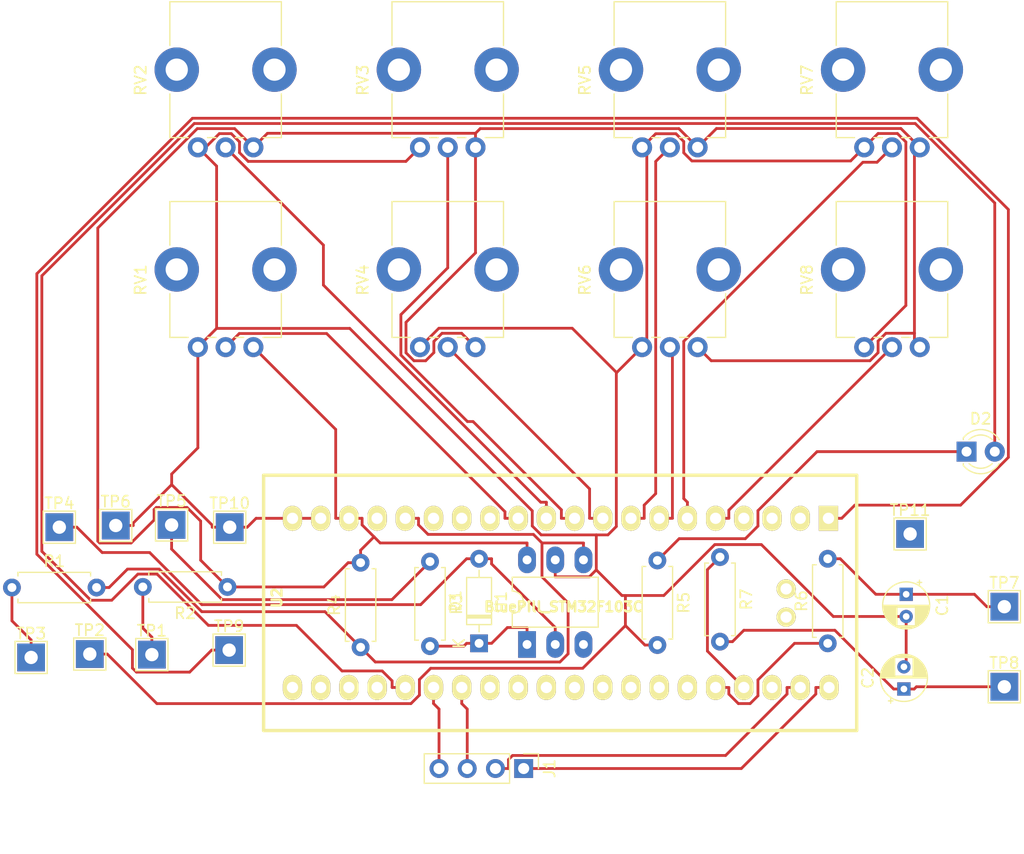
<source format=kicad_pcb>
(kicad_pcb (version 20171130) (host pcbnew 5.0.2+dfsg1-1~bpo9+1)

  (general
    (thickness 1.6)
    (drawings 0)
    (tracks 299)
    (zones 0)
    (modules 33)
    (nets 28)
  )

  (page A4)
  (layers
    (0 F.Cu signal)
    (31 B.Cu signal)
    (32 B.Adhes user)
    (33 F.Adhes user)
    (34 B.Paste user)
    (35 F.Paste user)
    (36 B.SilkS user)
    (37 F.SilkS user)
    (38 B.Mask user)
    (39 F.Mask user)
    (40 Dwgs.User user)
    (41 Cmts.User user)
    (42 Eco1.User user)
    (43 Eco2.User user)
    (44 Edge.Cuts user)
    (45 Margin user)
    (46 B.CrtYd user)
    (47 F.CrtYd user)
    (48 B.Fab user)
    (49 F.Fab user)
  )

  (setup
    (last_trace_width 0.25)
    (trace_clearance 0.2)
    (zone_clearance 0.508)
    (zone_45_only no)
    (trace_min 0.2)
    (segment_width 0.2)
    (edge_width 0.15)
    (via_size 0.8)
    (via_drill 0.4)
    (via_min_size 0.4)
    (via_min_drill 0.3)
    (uvia_size 0.3)
    (uvia_drill 0.1)
    (uvias_allowed no)
    (uvia_min_size 0.2)
    (uvia_min_drill 0.1)
    (pcb_text_width 0.3)
    (pcb_text_size 1.5 1.5)
    (mod_edge_width 0.15)
    (mod_text_size 1 1)
    (mod_text_width 0.15)
    (pad_size 1.524 1.524)
    (pad_drill 0.762)
    (pad_to_mask_clearance 0.051)
    (solder_mask_min_width 0.25)
    (aux_axis_origin 0 0)
    (visible_elements FFFFFF7F)
    (pcbplotparams
      (layerselection 0x010fc_ffffffff)
      (usegerberextensions false)
      (usegerberattributes false)
      (usegerberadvancedattributes false)
      (creategerberjobfile false)
      (excludeedgelayer true)
      (linewidth 0.100000)
      (plotframeref false)
      (viasonmask false)
      (mode 1)
      (useauxorigin false)
      (hpglpennumber 1)
      (hpglpenspeed 20)
      (hpglpendiameter 15.000000)
      (psnegative false)
      (psa4output false)
      (plotreference true)
      (plotvalue true)
      (plotinvisibletext false)
      (padsonsilk false)
      (subtractmaskfromsilk false)
      (outputformat 1)
      (mirror false)
      (drillshape 1)
      (scaleselection 1)
      (outputdirectory ""))
  )

  (net 0 "")
  (net 1 "Net-(D1-Pad1)")
  (net 2 "Net-(D1-Pad2)")
  (net 3 "Net-(TP9-Pad1)")
  (net 4 "Net-(RV8-Pad2)")
  (net 5 "Net-(RV7-Pad2)")
  (net 6 "Net-(RV6-Pad2)")
  (net 7 "Net-(RV5-Pad2)")
  (net 8 "Net-(RV4-Pad2)")
  (net 9 "Net-(RV3-Pad2)")
  (net 10 "Net-(RV2-Pad2)")
  (net 11 "Net-(RV1-Pad2)")
  (net 12 "Net-(R1-Pad2)")
  (net 13 +3V3)
  (net 14 GND)
  (net 15 "Net-(D2-Pad2)")
  (net 16 "Net-(J1-Pad4)")
  (net 17 "Net-(J1-Pad3)")
  (net 18 "Net-(R6-Pad1)")
  (net 19 "Net-(R7-Pad1)")
  (net 20 "Net-(J1-Pad2)")
  (net 21 "Net-(J1-Pad1)")
  (net 22 "Net-(C1-Pad1)")
  (net 23 "Net-(C2-Pad1)")
  (net 24 "Net-(D2-Pad1)")
  (net 25 "Net-(R1-Pad1)")
  (net 26 "Net-(R2-Pad2)")
  (net 27 "Net-(R3-Pad1)")

  (net_class Default "Ceci est la Netclass par défaut."
    (clearance 0.2)
    (trace_width 0.25)
    (via_dia 0.8)
    (via_drill 0.4)
    (uvia_dia 0.3)
    (uvia_drill 0.1)
    (add_net +3V3)
    (add_net GND)
    (add_net "Net-(C1-Pad1)")
    (add_net "Net-(C2-Pad1)")
    (add_net "Net-(D1-Pad1)")
    (add_net "Net-(D1-Pad2)")
    (add_net "Net-(D2-Pad1)")
    (add_net "Net-(D2-Pad2)")
    (add_net "Net-(J1-Pad1)")
    (add_net "Net-(J1-Pad2)")
    (add_net "Net-(J1-Pad3)")
    (add_net "Net-(J1-Pad4)")
    (add_net "Net-(R1-Pad1)")
    (add_net "Net-(R1-Pad2)")
    (add_net "Net-(R2-Pad2)")
    (add_net "Net-(R3-Pad1)")
    (add_net "Net-(R6-Pad1)")
    (add_net "Net-(R7-Pad1)")
    (add_net "Net-(RV1-Pad2)")
    (add_net "Net-(RV2-Pad2)")
    (add_net "Net-(RV3-Pad2)")
    (add_net "Net-(RV4-Pad2)")
    (add_net "Net-(RV5-Pad2)")
    (add_net "Net-(RV6-Pad2)")
    (add_net "Net-(RV7-Pad2)")
    (add_net "Net-(RV8-Pad2)")
    (add_net "Net-(TP9-Pad1)")
  )

  (module Capacitor_THT:CP_Radial_D4.0mm_P2.00mm (layer F.Cu) (tedit 5AE50EF0) (tstamp 5D1188F8)
    (at 128.778 77.2668 270)
    (descr "CP, Radial series, Radial, pin pitch=2.00mm, , diameter=4mm, Electrolytic Capacitor")
    (tags "CP Radial series Radial pin pitch 2.00mm  diameter 4mm Electrolytic Capacitor")
    (path /5D08D78B)
    (fp_text reference C1 (at 1 -3.25 270) (layer F.SilkS)
      (effects (font (size 1 1) (thickness 0.15)))
    )
    (fp_text value 10n (at 1 3.25 270) (layer F.Fab)
      (effects (font (size 1 1) (thickness 0.15)))
    )
    (fp_circle (center 1 0) (end 3 0) (layer F.Fab) (width 0.1))
    (fp_circle (center 1 0) (end 3.12 0) (layer F.SilkS) (width 0.12))
    (fp_circle (center 1 0) (end 3.25 0) (layer F.CrtYd) (width 0.05))
    (fp_line (start -0.702554 -0.8675) (end -0.302554 -0.8675) (layer F.Fab) (width 0.1))
    (fp_line (start -0.502554 -1.0675) (end -0.502554 -0.6675) (layer F.Fab) (width 0.1))
    (fp_line (start 1 -2.08) (end 1 2.08) (layer F.SilkS) (width 0.12))
    (fp_line (start 1.04 -2.08) (end 1.04 2.08) (layer F.SilkS) (width 0.12))
    (fp_line (start 1.08 -2.079) (end 1.08 2.079) (layer F.SilkS) (width 0.12))
    (fp_line (start 1.12 -2.077) (end 1.12 2.077) (layer F.SilkS) (width 0.12))
    (fp_line (start 1.16 -2.074) (end 1.16 2.074) (layer F.SilkS) (width 0.12))
    (fp_line (start 1.2 -2.071) (end 1.2 -0.84) (layer F.SilkS) (width 0.12))
    (fp_line (start 1.2 0.84) (end 1.2 2.071) (layer F.SilkS) (width 0.12))
    (fp_line (start 1.24 -2.067) (end 1.24 -0.84) (layer F.SilkS) (width 0.12))
    (fp_line (start 1.24 0.84) (end 1.24 2.067) (layer F.SilkS) (width 0.12))
    (fp_line (start 1.28 -2.062) (end 1.28 -0.84) (layer F.SilkS) (width 0.12))
    (fp_line (start 1.28 0.84) (end 1.28 2.062) (layer F.SilkS) (width 0.12))
    (fp_line (start 1.32 -2.056) (end 1.32 -0.84) (layer F.SilkS) (width 0.12))
    (fp_line (start 1.32 0.84) (end 1.32 2.056) (layer F.SilkS) (width 0.12))
    (fp_line (start 1.36 -2.05) (end 1.36 -0.84) (layer F.SilkS) (width 0.12))
    (fp_line (start 1.36 0.84) (end 1.36 2.05) (layer F.SilkS) (width 0.12))
    (fp_line (start 1.4 -2.042) (end 1.4 -0.84) (layer F.SilkS) (width 0.12))
    (fp_line (start 1.4 0.84) (end 1.4 2.042) (layer F.SilkS) (width 0.12))
    (fp_line (start 1.44 -2.034) (end 1.44 -0.84) (layer F.SilkS) (width 0.12))
    (fp_line (start 1.44 0.84) (end 1.44 2.034) (layer F.SilkS) (width 0.12))
    (fp_line (start 1.48 -2.025) (end 1.48 -0.84) (layer F.SilkS) (width 0.12))
    (fp_line (start 1.48 0.84) (end 1.48 2.025) (layer F.SilkS) (width 0.12))
    (fp_line (start 1.52 -2.016) (end 1.52 -0.84) (layer F.SilkS) (width 0.12))
    (fp_line (start 1.52 0.84) (end 1.52 2.016) (layer F.SilkS) (width 0.12))
    (fp_line (start 1.56 -2.005) (end 1.56 -0.84) (layer F.SilkS) (width 0.12))
    (fp_line (start 1.56 0.84) (end 1.56 2.005) (layer F.SilkS) (width 0.12))
    (fp_line (start 1.6 -1.994) (end 1.6 -0.84) (layer F.SilkS) (width 0.12))
    (fp_line (start 1.6 0.84) (end 1.6 1.994) (layer F.SilkS) (width 0.12))
    (fp_line (start 1.64 -1.982) (end 1.64 -0.84) (layer F.SilkS) (width 0.12))
    (fp_line (start 1.64 0.84) (end 1.64 1.982) (layer F.SilkS) (width 0.12))
    (fp_line (start 1.68 -1.968) (end 1.68 -0.84) (layer F.SilkS) (width 0.12))
    (fp_line (start 1.68 0.84) (end 1.68 1.968) (layer F.SilkS) (width 0.12))
    (fp_line (start 1.721 -1.954) (end 1.721 -0.84) (layer F.SilkS) (width 0.12))
    (fp_line (start 1.721 0.84) (end 1.721 1.954) (layer F.SilkS) (width 0.12))
    (fp_line (start 1.761 -1.94) (end 1.761 -0.84) (layer F.SilkS) (width 0.12))
    (fp_line (start 1.761 0.84) (end 1.761 1.94) (layer F.SilkS) (width 0.12))
    (fp_line (start 1.801 -1.924) (end 1.801 -0.84) (layer F.SilkS) (width 0.12))
    (fp_line (start 1.801 0.84) (end 1.801 1.924) (layer F.SilkS) (width 0.12))
    (fp_line (start 1.841 -1.907) (end 1.841 -0.84) (layer F.SilkS) (width 0.12))
    (fp_line (start 1.841 0.84) (end 1.841 1.907) (layer F.SilkS) (width 0.12))
    (fp_line (start 1.881 -1.889) (end 1.881 -0.84) (layer F.SilkS) (width 0.12))
    (fp_line (start 1.881 0.84) (end 1.881 1.889) (layer F.SilkS) (width 0.12))
    (fp_line (start 1.921 -1.87) (end 1.921 -0.84) (layer F.SilkS) (width 0.12))
    (fp_line (start 1.921 0.84) (end 1.921 1.87) (layer F.SilkS) (width 0.12))
    (fp_line (start 1.961 -1.851) (end 1.961 -0.84) (layer F.SilkS) (width 0.12))
    (fp_line (start 1.961 0.84) (end 1.961 1.851) (layer F.SilkS) (width 0.12))
    (fp_line (start 2.001 -1.83) (end 2.001 -0.84) (layer F.SilkS) (width 0.12))
    (fp_line (start 2.001 0.84) (end 2.001 1.83) (layer F.SilkS) (width 0.12))
    (fp_line (start 2.041 -1.808) (end 2.041 -0.84) (layer F.SilkS) (width 0.12))
    (fp_line (start 2.041 0.84) (end 2.041 1.808) (layer F.SilkS) (width 0.12))
    (fp_line (start 2.081 -1.785) (end 2.081 -0.84) (layer F.SilkS) (width 0.12))
    (fp_line (start 2.081 0.84) (end 2.081 1.785) (layer F.SilkS) (width 0.12))
    (fp_line (start 2.121 -1.76) (end 2.121 -0.84) (layer F.SilkS) (width 0.12))
    (fp_line (start 2.121 0.84) (end 2.121 1.76) (layer F.SilkS) (width 0.12))
    (fp_line (start 2.161 -1.735) (end 2.161 -0.84) (layer F.SilkS) (width 0.12))
    (fp_line (start 2.161 0.84) (end 2.161 1.735) (layer F.SilkS) (width 0.12))
    (fp_line (start 2.201 -1.708) (end 2.201 -0.84) (layer F.SilkS) (width 0.12))
    (fp_line (start 2.201 0.84) (end 2.201 1.708) (layer F.SilkS) (width 0.12))
    (fp_line (start 2.241 -1.68) (end 2.241 -0.84) (layer F.SilkS) (width 0.12))
    (fp_line (start 2.241 0.84) (end 2.241 1.68) (layer F.SilkS) (width 0.12))
    (fp_line (start 2.281 -1.65) (end 2.281 -0.84) (layer F.SilkS) (width 0.12))
    (fp_line (start 2.281 0.84) (end 2.281 1.65) (layer F.SilkS) (width 0.12))
    (fp_line (start 2.321 -1.619) (end 2.321 -0.84) (layer F.SilkS) (width 0.12))
    (fp_line (start 2.321 0.84) (end 2.321 1.619) (layer F.SilkS) (width 0.12))
    (fp_line (start 2.361 -1.587) (end 2.361 -0.84) (layer F.SilkS) (width 0.12))
    (fp_line (start 2.361 0.84) (end 2.361 1.587) (layer F.SilkS) (width 0.12))
    (fp_line (start 2.401 -1.552) (end 2.401 -0.84) (layer F.SilkS) (width 0.12))
    (fp_line (start 2.401 0.84) (end 2.401 1.552) (layer F.SilkS) (width 0.12))
    (fp_line (start 2.441 -1.516) (end 2.441 -0.84) (layer F.SilkS) (width 0.12))
    (fp_line (start 2.441 0.84) (end 2.441 1.516) (layer F.SilkS) (width 0.12))
    (fp_line (start 2.481 -1.478) (end 2.481 -0.84) (layer F.SilkS) (width 0.12))
    (fp_line (start 2.481 0.84) (end 2.481 1.478) (layer F.SilkS) (width 0.12))
    (fp_line (start 2.521 -1.438) (end 2.521 -0.84) (layer F.SilkS) (width 0.12))
    (fp_line (start 2.521 0.84) (end 2.521 1.438) (layer F.SilkS) (width 0.12))
    (fp_line (start 2.561 -1.396) (end 2.561 -0.84) (layer F.SilkS) (width 0.12))
    (fp_line (start 2.561 0.84) (end 2.561 1.396) (layer F.SilkS) (width 0.12))
    (fp_line (start 2.601 -1.351) (end 2.601 -0.84) (layer F.SilkS) (width 0.12))
    (fp_line (start 2.601 0.84) (end 2.601 1.351) (layer F.SilkS) (width 0.12))
    (fp_line (start 2.641 -1.304) (end 2.641 -0.84) (layer F.SilkS) (width 0.12))
    (fp_line (start 2.641 0.84) (end 2.641 1.304) (layer F.SilkS) (width 0.12))
    (fp_line (start 2.681 -1.254) (end 2.681 -0.84) (layer F.SilkS) (width 0.12))
    (fp_line (start 2.681 0.84) (end 2.681 1.254) (layer F.SilkS) (width 0.12))
    (fp_line (start 2.721 -1.2) (end 2.721 -0.84) (layer F.SilkS) (width 0.12))
    (fp_line (start 2.721 0.84) (end 2.721 1.2) (layer F.SilkS) (width 0.12))
    (fp_line (start 2.761 -1.142) (end 2.761 -0.84) (layer F.SilkS) (width 0.12))
    (fp_line (start 2.761 0.84) (end 2.761 1.142) (layer F.SilkS) (width 0.12))
    (fp_line (start 2.801 -1.08) (end 2.801 -0.84) (layer F.SilkS) (width 0.12))
    (fp_line (start 2.801 0.84) (end 2.801 1.08) (layer F.SilkS) (width 0.12))
    (fp_line (start 2.841 -1.013) (end 2.841 1.013) (layer F.SilkS) (width 0.12))
    (fp_line (start 2.881 -0.94) (end 2.881 0.94) (layer F.SilkS) (width 0.12))
    (fp_line (start 2.921 -0.859) (end 2.921 0.859) (layer F.SilkS) (width 0.12))
    (fp_line (start 2.961 -0.768) (end 2.961 0.768) (layer F.SilkS) (width 0.12))
    (fp_line (start 3.001 -0.664) (end 3.001 0.664) (layer F.SilkS) (width 0.12))
    (fp_line (start 3.041 -0.537) (end 3.041 0.537) (layer F.SilkS) (width 0.12))
    (fp_line (start 3.081 -0.37) (end 3.081 0.37) (layer F.SilkS) (width 0.12))
    (fp_line (start -1.269801 -1.195) (end -0.869801 -1.195) (layer F.SilkS) (width 0.12))
    (fp_line (start -1.069801 -1.395) (end -1.069801 -0.995) (layer F.SilkS) (width 0.12))
    (fp_text user %R (at 1 0 270) (layer F.Fab)
      (effects (font (size 0.8 0.8) (thickness 0.12)))
    )
    (pad 1 thru_hole rect (at 0 0 270) (size 1.2 1.2) (drill 0.6) (layers *.Cu *.Mask)
      (net 22 "Net-(C1-Pad1)"))
    (pad 2 thru_hole circle (at 2 0 270) (size 1.2 1.2) (drill 0.6) (layers *.Cu *.Mask)
      (net 14 GND))
    (model ${KISYS3DMOD}/Capacitor_THT.3dshapes/CP_Radial_D4.0mm_P2.00mm.wrl
      (at (xyz 0 0 0))
      (scale (xyz 1 1 1))
      (rotate (xyz 0 0 0))
    )
  )

  (module Capacitor_THT:CP_Radial_D4.0mm_P2.00mm (layer F.Cu) (tedit 5AE50EF0) (tstamp 5D118964)
    (at 128.575 85.8012 90)
    (descr "CP, Radial series, Radial, pin pitch=2.00mm, , diameter=4mm, Electrolytic Capacitor")
    (tags "CP Radial series Radial pin pitch 2.00mm  diameter 4mm Electrolytic Capacitor")
    (path /5D08D81E)
    (fp_text reference C2 (at 1 -3.25 90) (layer F.SilkS)
      (effects (font (size 1 1) (thickness 0.15)))
    )
    (fp_text value 10n (at 1 3.25 90) (layer F.Fab)
      (effects (font (size 1 1) (thickness 0.15)))
    )
    (fp_text user %R (at 1 0 90) (layer F.Fab)
      (effects (font (size 0.8 0.8) (thickness 0.12)))
    )
    (fp_line (start -1.069801 -1.395) (end -1.069801 -0.995) (layer F.SilkS) (width 0.12))
    (fp_line (start -1.269801 -1.195) (end -0.869801 -1.195) (layer F.SilkS) (width 0.12))
    (fp_line (start 3.081 -0.37) (end 3.081 0.37) (layer F.SilkS) (width 0.12))
    (fp_line (start 3.041 -0.537) (end 3.041 0.537) (layer F.SilkS) (width 0.12))
    (fp_line (start 3.001 -0.664) (end 3.001 0.664) (layer F.SilkS) (width 0.12))
    (fp_line (start 2.961 -0.768) (end 2.961 0.768) (layer F.SilkS) (width 0.12))
    (fp_line (start 2.921 -0.859) (end 2.921 0.859) (layer F.SilkS) (width 0.12))
    (fp_line (start 2.881 -0.94) (end 2.881 0.94) (layer F.SilkS) (width 0.12))
    (fp_line (start 2.841 -1.013) (end 2.841 1.013) (layer F.SilkS) (width 0.12))
    (fp_line (start 2.801 0.84) (end 2.801 1.08) (layer F.SilkS) (width 0.12))
    (fp_line (start 2.801 -1.08) (end 2.801 -0.84) (layer F.SilkS) (width 0.12))
    (fp_line (start 2.761 0.84) (end 2.761 1.142) (layer F.SilkS) (width 0.12))
    (fp_line (start 2.761 -1.142) (end 2.761 -0.84) (layer F.SilkS) (width 0.12))
    (fp_line (start 2.721 0.84) (end 2.721 1.2) (layer F.SilkS) (width 0.12))
    (fp_line (start 2.721 -1.2) (end 2.721 -0.84) (layer F.SilkS) (width 0.12))
    (fp_line (start 2.681 0.84) (end 2.681 1.254) (layer F.SilkS) (width 0.12))
    (fp_line (start 2.681 -1.254) (end 2.681 -0.84) (layer F.SilkS) (width 0.12))
    (fp_line (start 2.641 0.84) (end 2.641 1.304) (layer F.SilkS) (width 0.12))
    (fp_line (start 2.641 -1.304) (end 2.641 -0.84) (layer F.SilkS) (width 0.12))
    (fp_line (start 2.601 0.84) (end 2.601 1.351) (layer F.SilkS) (width 0.12))
    (fp_line (start 2.601 -1.351) (end 2.601 -0.84) (layer F.SilkS) (width 0.12))
    (fp_line (start 2.561 0.84) (end 2.561 1.396) (layer F.SilkS) (width 0.12))
    (fp_line (start 2.561 -1.396) (end 2.561 -0.84) (layer F.SilkS) (width 0.12))
    (fp_line (start 2.521 0.84) (end 2.521 1.438) (layer F.SilkS) (width 0.12))
    (fp_line (start 2.521 -1.438) (end 2.521 -0.84) (layer F.SilkS) (width 0.12))
    (fp_line (start 2.481 0.84) (end 2.481 1.478) (layer F.SilkS) (width 0.12))
    (fp_line (start 2.481 -1.478) (end 2.481 -0.84) (layer F.SilkS) (width 0.12))
    (fp_line (start 2.441 0.84) (end 2.441 1.516) (layer F.SilkS) (width 0.12))
    (fp_line (start 2.441 -1.516) (end 2.441 -0.84) (layer F.SilkS) (width 0.12))
    (fp_line (start 2.401 0.84) (end 2.401 1.552) (layer F.SilkS) (width 0.12))
    (fp_line (start 2.401 -1.552) (end 2.401 -0.84) (layer F.SilkS) (width 0.12))
    (fp_line (start 2.361 0.84) (end 2.361 1.587) (layer F.SilkS) (width 0.12))
    (fp_line (start 2.361 -1.587) (end 2.361 -0.84) (layer F.SilkS) (width 0.12))
    (fp_line (start 2.321 0.84) (end 2.321 1.619) (layer F.SilkS) (width 0.12))
    (fp_line (start 2.321 -1.619) (end 2.321 -0.84) (layer F.SilkS) (width 0.12))
    (fp_line (start 2.281 0.84) (end 2.281 1.65) (layer F.SilkS) (width 0.12))
    (fp_line (start 2.281 -1.65) (end 2.281 -0.84) (layer F.SilkS) (width 0.12))
    (fp_line (start 2.241 0.84) (end 2.241 1.68) (layer F.SilkS) (width 0.12))
    (fp_line (start 2.241 -1.68) (end 2.241 -0.84) (layer F.SilkS) (width 0.12))
    (fp_line (start 2.201 0.84) (end 2.201 1.708) (layer F.SilkS) (width 0.12))
    (fp_line (start 2.201 -1.708) (end 2.201 -0.84) (layer F.SilkS) (width 0.12))
    (fp_line (start 2.161 0.84) (end 2.161 1.735) (layer F.SilkS) (width 0.12))
    (fp_line (start 2.161 -1.735) (end 2.161 -0.84) (layer F.SilkS) (width 0.12))
    (fp_line (start 2.121 0.84) (end 2.121 1.76) (layer F.SilkS) (width 0.12))
    (fp_line (start 2.121 -1.76) (end 2.121 -0.84) (layer F.SilkS) (width 0.12))
    (fp_line (start 2.081 0.84) (end 2.081 1.785) (layer F.SilkS) (width 0.12))
    (fp_line (start 2.081 -1.785) (end 2.081 -0.84) (layer F.SilkS) (width 0.12))
    (fp_line (start 2.041 0.84) (end 2.041 1.808) (layer F.SilkS) (width 0.12))
    (fp_line (start 2.041 -1.808) (end 2.041 -0.84) (layer F.SilkS) (width 0.12))
    (fp_line (start 2.001 0.84) (end 2.001 1.83) (layer F.SilkS) (width 0.12))
    (fp_line (start 2.001 -1.83) (end 2.001 -0.84) (layer F.SilkS) (width 0.12))
    (fp_line (start 1.961 0.84) (end 1.961 1.851) (layer F.SilkS) (width 0.12))
    (fp_line (start 1.961 -1.851) (end 1.961 -0.84) (layer F.SilkS) (width 0.12))
    (fp_line (start 1.921 0.84) (end 1.921 1.87) (layer F.SilkS) (width 0.12))
    (fp_line (start 1.921 -1.87) (end 1.921 -0.84) (layer F.SilkS) (width 0.12))
    (fp_line (start 1.881 0.84) (end 1.881 1.889) (layer F.SilkS) (width 0.12))
    (fp_line (start 1.881 -1.889) (end 1.881 -0.84) (layer F.SilkS) (width 0.12))
    (fp_line (start 1.841 0.84) (end 1.841 1.907) (layer F.SilkS) (width 0.12))
    (fp_line (start 1.841 -1.907) (end 1.841 -0.84) (layer F.SilkS) (width 0.12))
    (fp_line (start 1.801 0.84) (end 1.801 1.924) (layer F.SilkS) (width 0.12))
    (fp_line (start 1.801 -1.924) (end 1.801 -0.84) (layer F.SilkS) (width 0.12))
    (fp_line (start 1.761 0.84) (end 1.761 1.94) (layer F.SilkS) (width 0.12))
    (fp_line (start 1.761 -1.94) (end 1.761 -0.84) (layer F.SilkS) (width 0.12))
    (fp_line (start 1.721 0.84) (end 1.721 1.954) (layer F.SilkS) (width 0.12))
    (fp_line (start 1.721 -1.954) (end 1.721 -0.84) (layer F.SilkS) (width 0.12))
    (fp_line (start 1.68 0.84) (end 1.68 1.968) (layer F.SilkS) (width 0.12))
    (fp_line (start 1.68 -1.968) (end 1.68 -0.84) (layer F.SilkS) (width 0.12))
    (fp_line (start 1.64 0.84) (end 1.64 1.982) (layer F.SilkS) (width 0.12))
    (fp_line (start 1.64 -1.982) (end 1.64 -0.84) (layer F.SilkS) (width 0.12))
    (fp_line (start 1.6 0.84) (end 1.6 1.994) (layer F.SilkS) (width 0.12))
    (fp_line (start 1.6 -1.994) (end 1.6 -0.84) (layer F.SilkS) (width 0.12))
    (fp_line (start 1.56 0.84) (end 1.56 2.005) (layer F.SilkS) (width 0.12))
    (fp_line (start 1.56 -2.005) (end 1.56 -0.84) (layer F.SilkS) (width 0.12))
    (fp_line (start 1.52 0.84) (end 1.52 2.016) (layer F.SilkS) (width 0.12))
    (fp_line (start 1.52 -2.016) (end 1.52 -0.84) (layer F.SilkS) (width 0.12))
    (fp_line (start 1.48 0.84) (end 1.48 2.025) (layer F.SilkS) (width 0.12))
    (fp_line (start 1.48 -2.025) (end 1.48 -0.84) (layer F.SilkS) (width 0.12))
    (fp_line (start 1.44 0.84) (end 1.44 2.034) (layer F.SilkS) (width 0.12))
    (fp_line (start 1.44 -2.034) (end 1.44 -0.84) (layer F.SilkS) (width 0.12))
    (fp_line (start 1.4 0.84) (end 1.4 2.042) (layer F.SilkS) (width 0.12))
    (fp_line (start 1.4 -2.042) (end 1.4 -0.84) (layer F.SilkS) (width 0.12))
    (fp_line (start 1.36 0.84) (end 1.36 2.05) (layer F.SilkS) (width 0.12))
    (fp_line (start 1.36 -2.05) (end 1.36 -0.84) (layer F.SilkS) (width 0.12))
    (fp_line (start 1.32 0.84) (end 1.32 2.056) (layer F.SilkS) (width 0.12))
    (fp_line (start 1.32 -2.056) (end 1.32 -0.84) (layer F.SilkS) (width 0.12))
    (fp_line (start 1.28 0.84) (end 1.28 2.062) (layer F.SilkS) (width 0.12))
    (fp_line (start 1.28 -2.062) (end 1.28 -0.84) (layer F.SilkS) (width 0.12))
    (fp_line (start 1.24 0.84) (end 1.24 2.067) (layer F.SilkS) (width 0.12))
    (fp_line (start 1.24 -2.067) (end 1.24 -0.84) (layer F.SilkS) (width 0.12))
    (fp_line (start 1.2 0.84) (end 1.2 2.071) (layer F.SilkS) (width 0.12))
    (fp_line (start 1.2 -2.071) (end 1.2 -0.84) (layer F.SilkS) (width 0.12))
    (fp_line (start 1.16 -2.074) (end 1.16 2.074) (layer F.SilkS) (width 0.12))
    (fp_line (start 1.12 -2.077) (end 1.12 2.077) (layer F.SilkS) (width 0.12))
    (fp_line (start 1.08 -2.079) (end 1.08 2.079) (layer F.SilkS) (width 0.12))
    (fp_line (start 1.04 -2.08) (end 1.04 2.08) (layer F.SilkS) (width 0.12))
    (fp_line (start 1 -2.08) (end 1 2.08) (layer F.SilkS) (width 0.12))
    (fp_line (start -0.502554 -1.0675) (end -0.502554 -0.6675) (layer F.Fab) (width 0.1))
    (fp_line (start -0.702554 -0.8675) (end -0.302554 -0.8675) (layer F.Fab) (width 0.1))
    (fp_circle (center 1 0) (end 3.25 0) (layer F.CrtYd) (width 0.05))
    (fp_circle (center 1 0) (end 3.12 0) (layer F.SilkS) (width 0.12))
    (fp_circle (center 1 0) (end 3 0) (layer F.Fab) (width 0.1))
    (pad 2 thru_hole circle (at 2 0 90) (size 1.2 1.2) (drill 0.6) (layers *.Cu *.Mask)
      (net 14 GND))
    (pad 1 thru_hole rect (at 0 0 90) (size 1.2 1.2) (drill 0.6) (layers *.Cu *.Mask)
      (net 23 "Net-(C2-Pad1)"))
    (model ${KISYS3DMOD}/Capacitor_THT.3dshapes/CP_Radial_D4.0mm_P2.00mm.wrl
      (at (xyz 0 0 0))
      (scale (xyz 1 1 1))
      (rotate (xyz 0 0 0))
    )
  )

  (module Diode_THT:D_DO-35_SOD27_P7.62mm_Horizontal (layer F.Cu) (tedit 5AE50CD5) (tstamp 5D118983)
    (at 90.3224 81.6864 90)
    (descr "Diode, DO-35_SOD27 series, Axial, Horizontal, pin pitch=7.62mm, , length*diameter=4*2mm^2, , http://www.diodes.com/_files/packages/DO-35.pdf")
    (tags "Diode DO-35_SOD27 series Axial Horizontal pin pitch 7.62mm  length 4mm diameter 2mm")
    (path /5D0624B1)
    (fp_text reference D1 (at 3.81 -2.12 90) (layer F.SilkS)
      (effects (font (size 1 1) (thickness 0.15)))
    )
    (fp_text value 1N914 (at 3.81 2.12 90) (layer F.Fab)
      (effects (font (size 1 1) (thickness 0.15)))
    )
    (fp_line (start 1.81 -1) (end 1.81 1) (layer F.Fab) (width 0.1))
    (fp_line (start 1.81 1) (end 5.81 1) (layer F.Fab) (width 0.1))
    (fp_line (start 5.81 1) (end 5.81 -1) (layer F.Fab) (width 0.1))
    (fp_line (start 5.81 -1) (end 1.81 -1) (layer F.Fab) (width 0.1))
    (fp_line (start 0 0) (end 1.81 0) (layer F.Fab) (width 0.1))
    (fp_line (start 7.62 0) (end 5.81 0) (layer F.Fab) (width 0.1))
    (fp_line (start 2.41 -1) (end 2.41 1) (layer F.Fab) (width 0.1))
    (fp_line (start 2.51 -1) (end 2.51 1) (layer F.Fab) (width 0.1))
    (fp_line (start 2.31 -1) (end 2.31 1) (layer F.Fab) (width 0.1))
    (fp_line (start 1.69 -1.12) (end 1.69 1.12) (layer F.SilkS) (width 0.12))
    (fp_line (start 1.69 1.12) (end 5.93 1.12) (layer F.SilkS) (width 0.12))
    (fp_line (start 5.93 1.12) (end 5.93 -1.12) (layer F.SilkS) (width 0.12))
    (fp_line (start 5.93 -1.12) (end 1.69 -1.12) (layer F.SilkS) (width 0.12))
    (fp_line (start 1.04 0) (end 1.69 0) (layer F.SilkS) (width 0.12))
    (fp_line (start 6.58 0) (end 5.93 0) (layer F.SilkS) (width 0.12))
    (fp_line (start 2.41 -1.12) (end 2.41 1.12) (layer F.SilkS) (width 0.12))
    (fp_line (start 2.53 -1.12) (end 2.53 1.12) (layer F.SilkS) (width 0.12))
    (fp_line (start 2.29 -1.12) (end 2.29 1.12) (layer F.SilkS) (width 0.12))
    (fp_line (start -1.05 -1.25) (end -1.05 1.25) (layer F.CrtYd) (width 0.05))
    (fp_line (start -1.05 1.25) (end 8.67 1.25) (layer F.CrtYd) (width 0.05))
    (fp_line (start 8.67 1.25) (end 8.67 -1.25) (layer F.CrtYd) (width 0.05))
    (fp_line (start 8.67 -1.25) (end -1.05 -1.25) (layer F.CrtYd) (width 0.05))
    (fp_text user %R (at 4.11 0 90) (layer F.Fab)
      (effects (font (size 0.8 0.8) (thickness 0.12)))
    )
    (fp_text user K (at 0 -1.8 90) (layer F.Fab)
      (effects (font (size 1 1) (thickness 0.15)))
    )
    (fp_text user K (at 0 -1.8 90) (layer F.SilkS)
      (effects (font (size 1 1) (thickness 0.15)))
    )
    (pad 1 thru_hole rect (at 0 0 90) (size 1.6 1.6) (drill 0.8) (layers *.Cu *.Mask)
      (net 1 "Net-(D1-Pad1)"))
    (pad 2 thru_hole oval (at 7.62 0 90) (size 1.6 1.6) (drill 0.8) (layers *.Cu *.Mask)
      (net 2 "Net-(D1-Pad2)"))
    (model ${KISYS3DMOD}/Diode_THT.3dshapes/D_DO-35_SOD27_P7.62mm_Horizontal.wrl
      (at (xyz 0 0 0))
      (scale (xyz 1 1 1))
      (rotate (xyz 0 0 0))
    )
  )

  (module LED_THT:LED_D3.0mm (layer F.Cu) (tedit 587A3A7B) (tstamp 5D118996)
    (at 134.214 64.4144)
    (descr "LED, diameter 3.0mm, 2 pins")
    (tags "LED diameter 3.0mm 2 pins")
    (path /5D0950C7)
    (fp_text reference D2 (at 1.27 -2.96) (layer F.SilkS)
      (effects (font (size 1 1) (thickness 0.15)))
    )
    (fp_text value LED (at 1.27 2.96) (layer F.Fab)
      (effects (font (size 1 1) (thickness 0.15)))
    )
    (fp_arc (start 1.27 0) (end -0.23 -1.16619) (angle 284.3) (layer F.Fab) (width 0.1))
    (fp_arc (start 1.27 0) (end -0.29 -1.235516) (angle 108.8) (layer F.SilkS) (width 0.12))
    (fp_arc (start 1.27 0) (end -0.29 1.235516) (angle -108.8) (layer F.SilkS) (width 0.12))
    (fp_arc (start 1.27 0) (end 0.229039 -1.08) (angle 87.9) (layer F.SilkS) (width 0.12))
    (fp_arc (start 1.27 0) (end 0.229039 1.08) (angle -87.9) (layer F.SilkS) (width 0.12))
    (fp_circle (center 1.27 0) (end 2.77 0) (layer F.Fab) (width 0.1))
    (fp_line (start -0.23 -1.16619) (end -0.23 1.16619) (layer F.Fab) (width 0.1))
    (fp_line (start -0.29 -1.236) (end -0.29 -1.08) (layer F.SilkS) (width 0.12))
    (fp_line (start -0.29 1.08) (end -0.29 1.236) (layer F.SilkS) (width 0.12))
    (fp_line (start -1.15 -2.25) (end -1.15 2.25) (layer F.CrtYd) (width 0.05))
    (fp_line (start -1.15 2.25) (end 3.7 2.25) (layer F.CrtYd) (width 0.05))
    (fp_line (start 3.7 2.25) (end 3.7 -2.25) (layer F.CrtYd) (width 0.05))
    (fp_line (start 3.7 -2.25) (end -1.15 -2.25) (layer F.CrtYd) (width 0.05))
    (pad 1 thru_hole rect (at 0 0) (size 1.8 1.8) (drill 0.9) (layers *.Cu *.Mask)
      (net 24 "Net-(D2-Pad1)"))
    (pad 2 thru_hole circle (at 2.54 0) (size 1.8 1.8) (drill 0.9) (layers *.Cu *.Mask)
      (net 15 "Net-(D2-Pad2)"))
    (model ${KISYS3DMOD}/LED_THT.3dshapes/LED_D3.0mm.wrl
      (at (xyz 0 0 0))
      (scale (xyz 1 1 1))
      (rotate (xyz 0 0 0))
    )
  )

  (module Connector_PinHeader_2.54mm:PinHeader_1x04_P2.54mm_Vertical (layer F.Cu) (tedit 59FED5CC) (tstamp 5D1189AE)
    (at 94.3356 92.964 270)
    (descr "Through hole straight pin header, 1x04, 2.54mm pitch, single row")
    (tags "Through hole pin header THT 1x04 2.54mm single row")
    (path /5D05025C)
    (fp_text reference J1 (at 0 -2.33 270) (layer F.SilkS)
      (effects (font (size 1 1) (thickness 0.15)))
    )
    (fp_text value Conn_01x04_Female (at 0 9.95 270) (layer F.Fab)
      (effects (font (size 1 1) (thickness 0.15)))
    )
    (fp_line (start -0.635 -1.27) (end 1.27 -1.27) (layer F.Fab) (width 0.1))
    (fp_line (start 1.27 -1.27) (end 1.27 8.89) (layer F.Fab) (width 0.1))
    (fp_line (start 1.27 8.89) (end -1.27 8.89) (layer F.Fab) (width 0.1))
    (fp_line (start -1.27 8.89) (end -1.27 -0.635) (layer F.Fab) (width 0.1))
    (fp_line (start -1.27 -0.635) (end -0.635 -1.27) (layer F.Fab) (width 0.1))
    (fp_line (start -1.33 8.95) (end 1.33 8.95) (layer F.SilkS) (width 0.12))
    (fp_line (start -1.33 1.27) (end -1.33 8.95) (layer F.SilkS) (width 0.12))
    (fp_line (start 1.33 1.27) (end 1.33 8.95) (layer F.SilkS) (width 0.12))
    (fp_line (start -1.33 1.27) (end 1.33 1.27) (layer F.SilkS) (width 0.12))
    (fp_line (start -1.33 0) (end -1.33 -1.33) (layer F.SilkS) (width 0.12))
    (fp_line (start -1.33 -1.33) (end 0 -1.33) (layer F.SilkS) (width 0.12))
    (fp_line (start -1.8 -1.8) (end -1.8 9.4) (layer F.CrtYd) (width 0.05))
    (fp_line (start -1.8 9.4) (end 1.8 9.4) (layer F.CrtYd) (width 0.05))
    (fp_line (start 1.8 9.4) (end 1.8 -1.8) (layer F.CrtYd) (width 0.05))
    (fp_line (start 1.8 -1.8) (end -1.8 -1.8) (layer F.CrtYd) (width 0.05))
    (fp_text user %R (at 0 3.81) (layer F.Fab)
      (effects (font (size 1 1) (thickness 0.15)))
    )
    (pad 1 thru_hole rect (at 0 0 270) (size 1.7 1.7) (drill 1) (layers *.Cu *.Mask)
      (net 21 "Net-(J1-Pad1)"))
    (pad 2 thru_hole oval (at 0 2.54 270) (size 1.7 1.7) (drill 1) (layers *.Cu *.Mask)
      (net 20 "Net-(J1-Pad2)"))
    (pad 3 thru_hole oval (at 0 5.08 270) (size 1.7 1.7) (drill 1) (layers *.Cu *.Mask)
      (net 17 "Net-(J1-Pad3)"))
    (pad 4 thru_hole oval (at 0 7.62 270) (size 1.7 1.7) (drill 1) (layers *.Cu *.Mask)
      (net 16 "Net-(J1-Pad4)"))
    (model ${KISYS3DMOD}/Connector_PinHeader_2.54mm.3dshapes/PinHeader_1x04_P2.54mm_Vertical.wrl
      (at (xyz 0 0 0))
      (scale (xyz 1 1 1))
      (rotate (xyz 0 0 0))
    )
  )

  (module Resistor_THT:R_Axial_DIN0207_L6.3mm_D2.5mm_P7.62mm_Horizontal (layer F.Cu) (tedit 5AE5139B) (tstamp 5D1189C5)
    (at 48.26 76.6572)
    (descr "Resistor, Axial_DIN0207 series, Axial, Horizontal, pin pitch=7.62mm, 0.25W = 1/4W, length*diameter=6.3*2.5mm^2, http://cdn-reichelt.de/documents/datenblatt/B400/1_4W%23YAG.pdf")
    (tags "Resistor Axial_DIN0207 series Axial Horizontal pin pitch 7.62mm 0.25W = 1/4W length 6.3mm diameter 2.5mm")
    (path /5D089794)
    (fp_text reference R1 (at 3.81 -2.37) (layer F.SilkS)
      (effects (font (size 1 1) (thickness 0.15)))
    )
    (fp_text value 10 (at 3.81 2.37) (layer F.Fab)
      (effects (font (size 1 1) (thickness 0.15)))
    )
    (fp_line (start 0.66 -1.25) (end 0.66 1.25) (layer F.Fab) (width 0.1))
    (fp_line (start 0.66 1.25) (end 6.96 1.25) (layer F.Fab) (width 0.1))
    (fp_line (start 6.96 1.25) (end 6.96 -1.25) (layer F.Fab) (width 0.1))
    (fp_line (start 6.96 -1.25) (end 0.66 -1.25) (layer F.Fab) (width 0.1))
    (fp_line (start 0 0) (end 0.66 0) (layer F.Fab) (width 0.1))
    (fp_line (start 7.62 0) (end 6.96 0) (layer F.Fab) (width 0.1))
    (fp_line (start 0.54 -1.04) (end 0.54 -1.37) (layer F.SilkS) (width 0.12))
    (fp_line (start 0.54 -1.37) (end 7.08 -1.37) (layer F.SilkS) (width 0.12))
    (fp_line (start 7.08 -1.37) (end 7.08 -1.04) (layer F.SilkS) (width 0.12))
    (fp_line (start 0.54 1.04) (end 0.54 1.37) (layer F.SilkS) (width 0.12))
    (fp_line (start 0.54 1.37) (end 7.08 1.37) (layer F.SilkS) (width 0.12))
    (fp_line (start 7.08 1.37) (end 7.08 1.04) (layer F.SilkS) (width 0.12))
    (fp_line (start -1.05 -1.5) (end -1.05 1.5) (layer F.CrtYd) (width 0.05))
    (fp_line (start -1.05 1.5) (end 8.67 1.5) (layer F.CrtYd) (width 0.05))
    (fp_line (start 8.67 1.5) (end 8.67 -1.5) (layer F.CrtYd) (width 0.05))
    (fp_line (start 8.67 -1.5) (end -1.05 -1.5) (layer F.CrtYd) (width 0.05))
    (fp_text user %R (at 3.81 0) (layer F.Fab)
      (effects (font (size 1 1) (thickness 0.15)))
    )
    (pad 1 thru_hole circle (at 0 0) (size 1.6 1.6) (drill 0.8) (layers *.Cu *.Mask)
      (net 25 "Net-(R1-Pad1)"))
    (pad 2 thru_hole oval (at 7.62 0) (size 1.6 1.6) (drill 0.8) (layers *.Cu *.Mask)
      (net 12 "Net-(R1-Pad2)"))
    (model ${KISYS3DMOD}/Resistor_THT.3dshapes/R_Axial_DIN0207_L6.3mm_D2.5mm_P7.62mm_Horizontal.wrl
      (at (xyz 0 0 0))
      (scale (xyz 1 1 1))
      (rotate (xyz 0 0 0))
    )
  )

  (module Resistor_THT:R_Axial_DIN0207_L6.3mm_D2.5mm_P7.62mm_Horizontal (layer F.Cu) (tedit 5AE5139B) (tstamp 5D1189DC)
    (at 67.6656 76.6064 180)
    (descr "Resistor, Axial_DIN0207 series, Axial, Horizontal, pin pitch=7.62mm, 0.25W = 1/4W, length*diameter=6.3*2.5mm^2, http://cdn-reichelt.de/documents/datenblatt/B400/1_4W%23YAG.pdf")
    (tags "Resistor Axial_DIN0207 series Axial Horizontal pin pitch 7.62mm 0.25W = 1/4W length 6.3mm diameter 2.5mm")
    (path /5D07FAE2)
    (fp_text reference R2 (at 3.81 -2.37 180) (layer F.SilkS)
      (effects (font (size 1 1) (thickness 0.15)))
    )
    (fp_text value 33 (at 3.81 2.37 180) (layer F.Fab)
      (effects (font (size 1 1) (thickness 0.15)))
    )
    (fp_line (start 0.66 -1.25) (end 0.66 1.25) (layer F.Fab) (width 0.1))
    (fp_line (start 0.66 1.25) (end 6.96 1.25) (layer F.Fab) (width 0.1))
    (fp_line (start 6.96 1.25) (end 6.96 -1.25) (layer F.Fab) (width 0.1))
    (fp_line (start 6.96 -1.25) (end 0.66 -1.25) (layer F.Fab) (width 0.1))
    (fp_line (start 0 0) (end 0.66 0) (layer F.Fab) (width 0.1))
    (fp_line (start 7.62 0) (end 6.96 0) (layer F.Fab) (width 0.1))
    (fp_line (start 0.54 -1.04) (end 0.54 -1.37) (layer F.SilkS) (width 0.12))
    (fp_line (start 0.54 -1.37) (end 7.08 -1.37) (layer F.SilkS) (width 0.12))
    (fp_line (start 7.08 -1.37) (end 7.08 -1.04) (layer F.SilkS) (width 0.12))
    (fp_line (start 0.54 1.04) (end 0.54 1.37) (layer F.SilkS) (width 0.12))
    (fp_line (start 0.54 1.37) (end 7.08 1.37) (layer F.SilkS) (width 0.12))
    (fp_line (start 7.08 1.37) (end 7.08 1.04) (layer F.SilkS) (width 0.12))
    (fp_line (start -1.05 -1.5) (end -1.05 1.5) (layer F.CrtYd) (width 0.05))
    (fp_line (start -1.05 1.5) (end 8.67 1.5) (layer F.CrtYd) (width 0.05))
    (fp_line (start 8.67 1.5) (end 8.67 -1.5) (layer F.CrtYd) (width 0.05))
    (fp_line (start 8.67 -1.5) (end -1.05 -1.5) (layer F.CrtYd) (width 0.05))
    (fp_text user %R (at 3.81 0 180) (layer F.Fab)
      (effects (font (size 1 1) (thickness 0.15)))
    )
    (pad 1 thru_hole circle (at 0 0 180) (size 1.6 1.6) (drill 0.8) (layers *.Cu *.Mask)
      (net 13 +3V3))
    (pad 2 thru_hole oval (at 7.62 0 180) (size 1.6 1.6) (drill 0.8) (layers *.Cu *.Mask)
      (net 26 "Net-(R2-Pad2)"))
    (model ${KISYS3DMOD}/Resistor_THT.3dshapes/R_Axial_DIN0207_L6.3mm_D2.5mm_P7.62mm_Horizontal.wrl
      (at (xyz 0 0 0))
      (scale (xyz 1 1 1))
      (rotate (xyz 0 0 0))
    )
  )

  (module Resistor_THT:R_Axial_DIN0207_L6.3mm_D2.5mm_P7.62mm_Horizontal (layer F.Cu) (tedit 5AE5139B) (tstamp 5D1189F3)
    (at 85.9028 74.3204 270)
    (descr "Resistor, Axial_DIN0207 series, Axial, Horizontal, pin pitch=7.62mm, 0.25W = 1/4W, length*diameter=6.3*2.5mm^2, http://cdn-reichelt.de/documents/datenblatt/B400/1_4W%23YAG.pdf")
    (tags "Resistor Axial_DIN0207 series Axial Horizontal pin pitch 7.62mm 0.25W = 1/4W length 6.3mm diameter 2.5mm")
    (path /5D07F846)
    (fp_text reference R3 (at 3.81 -2.37 270) (layer F.SilkS)
      (effects (font (size 1 1) (thickness 0.15)))
    )
    (fp_text value 220 (at 3.81 2.37 270) (layer F.Fab)
      (effects (font (size 1 1) (thickness 0.15)))
    )
    (fp_text user %R (at 3.81 0 270) (layer F.Fab)
      (effects (font (size 1 1) (thickness 0.15)))
    )
    (fp_line (start 8.67 -1.5) (end -1.05 -1.5) (layer F.CrtYd) (width 0.05))
    (fp_line (start 8.67 1.5) (end 8.67 -1.5) (layer F.CrtYd) (width 0.05))
    (fp_line (start -1.05 1.5) (end 8.67 1.5) (layer F.CrtYd) (width 0.05))
    (fp_line (start -1.05 -1.5) (end -1.05 1.5) (layer F.CrtYd) (width 0.05))
    (fp_line (start 7.08 1.37) (end 7.08 1.04) (layer F.SilkS) (width 0.12))
    (fp_line (start 0.54 1.37) (end 7.08 1.37) (layer F.SilkS) (width 0.12))
    (fp_line (start 0.54 1.04) (end 0.54 1.37) (layer F.SilkS) (width 0.12))
    (fp_line (start 7.08 -1.37) (end 7.08 -1.04) (layer F.SilkS) (width 0.12))
    (fp_line (start 0.54 -1.37) (end 7.08 -1.37) (layer F.SilkS) (width 0.12))
    (fp_line (start 0.54 -1.04) (end 0.54 -1.37) (layer F.SilkS) (width 0.12))
    (fp_line (start 7.62 0) (end 6.96 0) (layer F.Fab) (width 0.1))
    (fp_line (start 0 0) (end 0.66 0) (layer F.Fab) (width 0.1))
    (fp_line (start 6.96 -1.25) (end 0.66 -1.25) (layer F.Fab) (width 0.1))
    (fp_line (start 6.96 1.25) (end 6.96 -1.25) (layer F.Fab) (width 0.1))
    (fp_line (start 0.66 1.25) (end 6.96 1.25) (layer F.Fab) (width 0.1))
    (fp_line (start 0.66 -1.25) (end 0.66 1.25) (layer F.Fab) (width 0.1))
    (pad 2 thru_hole oval (at 7.62 0 270) (size 1.6 1.6) (drill 0.8) (layers *.Cu *.Mask)
      (net 1 "Net-(D1-Pad1)"))
    (pad 1 thru_hole circle (at 0 0 270) (size 1.6 1.6) (drill 0.8) (layers *.Cu *.Mask)
      (net 27 "Net-(R3-Pad1)"))
    (model ${KISYS3DMOD}/Resistor_THT.3dshapes/R_Axial_DIN0207_L6.3mm_D2.5mm_P7.62mm_Horizontal.wrl
      (at (xyz 0 0 0))
      (scale (xyz 1 1 1))
      (rotate (xyz 0 0 0))
    )
  )

  (module Resistor_THT:R_Axial_DIN0207_L6.3mm_D2.5mm_P7.62mm_Horizontal (layer F.Cu) (tedit 5AE5139B) (tstamp 5D118A0A)
    (at 79.6544 82.042 90)
    (descr "Resistor, Axial_DIN0207 series, Axial, Horizontal, pin pitch=7.62mm, 0.25W = 1/4W, length*diameter=6.3*2.5mm^2, http://cdn-reichelt.de/documents/datenblatt/B400/1_4W%23YAG.pdf")
    (tags "Resistor Axial_DIN0207 series Axial Horizontal pin pitch 7.62mm 0.25W = 1/4W length 6.3mm diameter 2.5mm")
    (path /5D06B9DC)
    (fp_text reference R4 (at 3.81 -2.37 90) (layer F.SilkS)
      (effects (font (size 1 1) (thickness 0.15)))
    )
    (fp_text value 220 (at 3.81 2.37 90) (layer F.Fab)
      (effects (font (size 1 1) (thickness 0.15)))
    )
    (fp_line (start 0.66 -1.25) (end 0.66 1.25) (layer F.Fab) (width 0.1))
    (fp_line (start 0.66 1.25) (end 6.96 1.25) (layer F.Fab) (width 0.1))
    (fp_line (start 6.96 1.25) (end 6.96 -1.25) (layer F.Fab) (width 0.1))
    (fp_line (start 6.96 -1.25) (end 0.66 -1.25) (layer F.Fab) (width 0.1))
    (fp_line (start 0 0) (end 0.66 0) (layer F.Fab) (width 0.1))
    (fp_line (start 7.62 0) (end 6.96 0) (layer F.Fab) (width 0.1))
    (fp_line (start 0.54 -1.04) (end 0.54 -1.37) (layer F.SilkS) (width 0.12))
    (fp_line (start 0.54 -1.37) (end 7.08 -1.37) (layer F.SilkS) (width 0.12))
    (fp_line (start 7.08 -1.37) (end 7.08 -1.04) (layer F.SilkS) (width 0.12))
    (fp_line (start 0.54 1.04) (end 0.54 1.37) (layer F.SilkS) (width 0.12))
    (fp_line (start 0.54 1.37) (end 7.08 1.37) (layer F.SilkS) (width 0.12))
    (fp_line (start 7.08 1.37) (end 7.08 1.04) (layer F.SilkS) (width 0.12))
    (fp_line (start -1.05 -1.5) (end -1.05 1.5) (layer F.CrtYd) (width 0.05))
    (fp_line (start -1.05 1.5) (end 8.67 1.5) (layer F.CrtYd) (width 0.05))
    (fp_line (start 8.67 1.5) (end 8.67 -1.5) (layer F.CrtYd) (width 0.05))
    (fp_line (start 8.67 -1.5) (end -1.05 -1.5) (layer F.CrtYd) (width 0.05))
    (fp_text user %R (at 3.81 0 90) (layer F.Fab)
      (effects (font (size 1 1) (thickness 0.15)))
    )
    (pad 1 thru_hole circle (at 0 0 90) (size 1.6 1.6) (drill 0.8) (layers *.Cu *.Mask)
      (net 12 "Net-(R1-Pad2)"))
    (pad 2 thru_hole oval (at 7.62 0 90) (size 1.6 1.6) (drill 0.8) (layers *.Cu *.Mask)
      (net 13 +3V3))
    (model ${KISYS3DMOD}/Resistor_THT.3dshapes/R_Axial_DIN0207_L6.3mm_D2.5mm_P7.62mm_Horizontal.wrl
      (at (xyz 0 0 0))
      (scale (xyz 1 1 1))
      (rotate (xyz 0 0 0))
    )
  )

  (module Resistor_THT:R_Axial_DIN0207_L6.3mm_D2.5mm_P7.62mm_Horizontal (layer F.Cu) (tedit 5AE5139B) (tstamp 5D118A21)
    (at 106.375 74.2188 270)
    (descr "Resistor, Axial_DIN0207 series, Axial, Horizontal, pin pitch=7.62mm, 0.25W = 1/4W, length*diameter=6.3*2.5mm^2, http://cdn-reichelt.de/documents/datenblatt/B400/1_4W%23YAG.pdf")
    (tags "Resistor Axial_DIN0207 series Axial Horizontal pin pitch 7.62mm 0.25W = 1/4W length 6.3mm diameter 2.5mm")
    (path /5D095175)
    (fp_text reference R5 (at 3.81 -2.37 270) (layer F.SilkS)
      (effects (font (size 1 1) (thickness 0.15)))
    )
    (fp_text value 220 (at 3.81 2.37 270) (layer F.Fab)
      (effects (font (size 1 1) (thickness 0.15)))
    )
    (fp_line (start 0.66 -1.25) (end 0.66 1.25) (layer F.Fab) (width 0.1))
    (fp_line (start 0.66 1.25) (end 6.96 1.25) (layer F.Fab) (width 0.1))
    (fp_line (start 6.96 1.25) (end 6.96 -1.25) (layer F.Fab) (width 0.1))
    (fp_line (start 6.96 -1.25) (end 0.66 -1.25) (layer F.Fab) (width 0.1))
    (fp_line (start 0 0) (end 0.66 0) (layer F.Fab) (width 0.1))
    (fp_line (start 7.62 0) (end 6.96 0) (layer F.Fab) (width 0.1))
    (fp_line (start 0.54 -1.04) (end 0.54 -1.37) (layer F.SilkS) (width 0.12))
    (fp_line (start 0.54 -1.37) (end 7.08 -1.37) (layer F.SilkS) (width 0.12))
    (fp_line (start 7.08 -1.37) (end 7.08 -1.04) (layer F.SilkS) (width 0.12))
    (fp_line (start 0.54 1.04) (end 0.54 1.37) (layer F.SilkS) (width 0.12))
    (fp_line (start 0.54 1.37) (end 7.08 1.37) (layer F.SilkS) (width 0.12))
    (fp_line (start 7.08 1.37) (end 7.08 1.04) (layer F.SilkS) (width 0.12))
    (fp_line (start -1.05 -1.5) (end -1.05 1.5) (layer F.CrtYd) (width 0.05))
    (fp_line (start -1.05 1.5) (end 8.67 1.5) (layer F.CrtYd) (width 0.05))
    (fp_line (start 8.67 1.5) (end 8.67 -1.5) (layer F.CrtYd) (width 0.05))
    (fp_line (start 8.67 -1.5) (end -1.05 -1.5) (layer F.CrtYd) (width 0.05))
    (fp_text user %R (at 3.81 0 270) (layer F.Fab)
      (effects (font (size 1 1) (thickness 0.15)))
    )
    (pad 1 thru_hole circle (at 0 0 270) (size 1.6 1.6) (drill 0.8) (layers *.Cu *.Mask)
      (net 24 "Net-(D2-Pad1)"))
    (pad 2 thru_hole oval (at 7.62 0 270) (size 1.6 1.6) (drill 0.8) (layers *.Cu *.Mask)
      (net 14 GND))
    (model ${KISYS3DMOD}/Resistor_THT.3dshapes/R_Axial_DIN0207_L6.3mm_D2.5mm_P7.62mm_Horizontal.wrl
      (at (xyz 0 0 0))
      (scale (xyz 1 1 1))
      (rotate (xyz 0 0 0))
    )
  )

  (module Resistor_THT:R_Axial_DIN0207_L6.3mm_D2.5mm_P7.62mm_Horizontal (layer F.Cu) (tedit 5AE5139B) (tstamp 5D118A38)
    (at 121.717 81.6864 90)
    (descr "Resistor, Axial_DIN0207 series, Axial, Horizontal, pin pitch=7.62mm, 0.25W = 1/4W, length*diameter=6.3*2.5mm^2, http://cdn-reichelt.de/documents/datenblatt/B400/1_4W%23YAG.pdf")
    (tags "Resistor Axial_DIN0207 series Axial Horizontal pin pitch 7.62mm 0.25W = 1/4W length 6.3mm diameter 2.5mm")
    (path /5D08D1ED)
    (fp_text reference R6 (at 3.81 -2.37 90) (layer F.SilkS)
      (effects (font (size 1 1) (thickness 0.15)))
    )
    (fp_text value 470 (at 3.81 2.37 90) (layer F.Fab)
      (effects (font (size 1 1) (thickness 0.15)))
    )
    (fp_text user %R (at 3.81 0 90) (layer F.Fab)
      (effects (font (size 1 1) (thickness 0.15)))
    )
    (fp_line (start 8.67 -1.5) (end -1.05 -1.5) (layer F.CrtYd) (width 0.05))
    (fp_line (start 8.67 1.5) (end 8.67 -1.5) (layer F.CrtYd) (width 0.05))
    (fp_line (start -1.05 1.5) (end 8.67 1.5) (layer F.CrtYd) (width 0.05))
    (fp_line (start -1.05 -1.5) (end -1.05 1.5) (layer F.CrtYd) (width 0.05))
    (fp_line (start 7.08 1.37) (end 7.08 1.04) (layer F.SilkS) (width 0.12))
    (fp_line (start 0.54 1.37) (end 7.08 1.37) (layer F.SilkS) (width 0.12))
    (fp_line (start 0.54 1.04) (end 0.54 1.37) (layer F.SilkS) (width 0.12))
    (fp_line (start 7.08 -1.37) (end 7.08 -1.04) (layer F.SilkS) (width 0.12))
    (fp_line (start 0.54 -1.37) (end 7.08 -1.37) (layer F.SilkS) (width 0.12))
    (fp_line (start 0.54 -1.04) (end 0.54 -1.37) (layer F.SilkS) (width 0.12))
    (fp_line (start 7.62 0) (end 6.96 0) (layer F.Fab) (width 0.1))
    (fp_line (start 0 0) (end 0.66 0) (layer F.Fab) (width 0.1))
    (fp_line (start 6.96 -1.25) (end 0.66 -1.25) (layer F.Fab) (width 0.1))
    (fp_line (start 6.96 1.25) (end 6.96 -1.25) (layer F.Fab) (width 0.1))
    (fp_line (start 0.66 1.25) (end 6.96 1.25) (layer F.Fab) (width 0.1))
    (fp_line (start 0.66 -1.25) (end 0.66 1.25) (layer F.Fab) (width 0.1))
    (pad 2 thru_hole oval (at 7.62 0 90) (size 1.6 1.6) (drill 0.8) (layers *.Cu *.Mask)
      (net 22 "Net-(C1-Pad1)"))
    (pad 1 thru_hole circle (at 0 0 90) (size 1.6 1.6) (drill 0.8) (layers *.Cu *.Mask)
      (net 18 "Net-(R6-Pad1)"))
    (model ${KISYS3DMOD}/Resistor_THT.3dshapes/R_Axial_DIN0207_L6.3mm_D2.5mm_P7.62mm_Horizontal.wrl
      (at (xyz 0 0 0))
      (scale (xyz 1 1 1))
      (rotate (xyz 0 0 0))
    )
  )

  (module Resistor_THT:R_Axial_DIN0207_L6.3mm_D2.5mm_P7.62mm_Horizontal (layer F.Cu) (tedit 5AE5139B) (tstamp 5D118A4F)
    (at 112.014 73.914 270)
    (descr "Resistor, Axial_DIN0207 series, Axial, Horizontal, pin pitch=7.62mm, 0.25W = 1/4W, length*diameter=6.3*2.5mm^2, http://cdn-reichelt.de/documents/datenblatt/B400/1_4W%23YAG.pdf")
    (tags "Resistor Axial_DIN0207 series Axial Horizontal pin pitch 7.62mm 0.25W = 1/4W length 6.3mm diameter 2.5mm")
    (path /5D08D3B5)
    (fp_text reference R7 (at 3.81 -2.37 270) (layer F.SilkS)
      (effects (font (size 1 1) (thickness 0.15)))
    )
    (fp_text value 470 (at 3.81 2.37 270) (layer F.Fab)
      (effects (font (size 1 1) (thickness 0.15)))
    )
    (fp_text user %R (at 3.81 0 270) (layer F.Fab)
      (effects (font (size 1 1) (thickness 0.15)))
    )
    (fp_line (start 8.67 -1.5) (end -1.05 -1.5) (layer F.CrtYd) (width 0.05))
    (fp_line (start 8.67 1.5) (end 8.67 -1.5) (layer F.CrtYd) (width 0.05))
    (fp_line (start -1.05 1.5) (end 8.67 1.5) (layer F.CrtYd) (width 0.05))
    (fp_line (start -1.05 -1.5) (end -1.05 1.5) (layer F.CrtYd) (width 0.05))
    (fp_line (start 7.08 1.37) (end 7.08 1.04) (layer F.SilkS) (width 0.12))
    (fp_line (start 0.54 1.37) (end 7.08 1.37) (layer F.SilkS) (width 0.12))
    (fp_line (start 0.54 1.04) (end 0.54 1.37) (layer F.SilkS) (width 0.12))
    (fp_line (start 7.08 -1.37) (end 7.08 -1.04) (layer F.SilkS) (width 0.12))
    (fp_line (start 0.54 -1.37) (end 7.08 -1.37) (layer F.SilkS) (width 0.12))
    (fp_line (start 0.54 -1.04) (end 0.54 -1.37) (layer F.SilkS) (width 0.12))
    (fp_line (start 7.62 0) (end 6.96 0) (layer F.Fab) (width 0.1))
    (fp_line (start 0 0) (end 0.66 0) (layer F.Fab) (width 0.1))
    (fp_line (start 6.96 -1.25) (end 0.66 -1.25) (layer F.Fab) (width 0.1))
    (fp_line (start 6.96 1.25) (end 6.96 -1.25) (layer F.Fab) (width 0.1))
    (fp_line (start 0.66 1.25) (end 6.96 1.25) (layer F.Fab) (width 0.1))
    (fp_line (start 0.66 -1.25) (end 0.66 1.25) (layer F.Fab) (width 0.1))
    (pad 2 thru_hole oval (at 7.62 0 270) (size 1.6 1.6) (drill 0.8) (layers *.Cu *.Mask)
      (net 23 "Net-(C2-Pad1)"))
    (pad 1 thru_hole circle (at 0 0 270) (size 1.6 1.6) (drill 0.8) (layers *.Cu *.Mask)
      (net 19 "Net-(R7-Pad1)"))
    (model ${KISYS3DMOD}/Resistor_THT.3dshapes/R_Axial_DIN0207_L6.3mm_D2.5mm_P7.62mm_Horizontal.wrl
      (at (xyz 0 0 0))
      (scale (xyz 1 1 1))
      (rotate (xyz 0 0 0))
    )
  )

  (module Potentiometer_THT:Potentiometer_Alps_RK09K_Single_Vertical (layer F.Cu) (tedit 5A3D4993) (tstamp 5D118A6B)
    (at 70 55 90)
    (descr "Potentiometer, vertical, Alps RK09K Single, http://www.alps.com/prod/info/E/HTML/Potentiometer/RotaryPotentiometers/RK09K/RK09K_list.html")
    (tags "Potentiometer vertical Alps RK09K Single")
    (path /5D05075C)
    (fp_text reference RV1 (at 6.05 -10.15 90) (layer F.SilkS)
      (effects (font (size 1 1) (thickness 0.15)))
    )
    (fp_text value 10K (at 6.05 5.15 90) (layer F.Fab)
      (effects (font (size 1 1) (thickness 0.15)))
    )
    (fp_text user %R (at 2 -2.5 180) (layer F.Fab)
      (effects (font (size 1 1) (thickness 0.15)))
    )
    (fp_line (start 13.25 -9.15) (end -1.15 -9.15) (layer F.CrtYd) (width 0.05))
    (fp_line (start 13.25 4.15) (end 13.25 -9.15) (layer F.CrtYd) (width 0.05))
    (fp_line (start -1.15 4.15) (end 13.25 4.15) (layer F.CrtYd) (width 0.05))
    (fp_line (start -1.15 -9.15) (end -1.15 4.15) (layer F.CrtYd) (width 0.05))
    (fp_line (start 13.12 -7.521) (end 13.12 2.52) (layer F.SilkS) (width 0.12))
    (fp_line (start 0.88 0.87) (end 0.88 2.52) (layer F.SilkS) (width 0.12))
    (fp_line (start 0.88 -1.629) (end 0.88 -0.87) (layer F.SilkS) (width 0.12))
    (fp_line (start 0.88 -4.129) (end 0.88 -3.37) (layer F.SilkS) (width 0.12))
    (fp_line (start 0.88 -7.521) (end 0.88 -5.871) (layer F.SilkS) (width 0.12))
    (fp_line (start 9.184 2.52) (end 13.12 2.52) (layer F.SilkS) (width 0.12))
    (fp_line (start 0.88 2.52) (end 4.817 2.52) (layer F.SilkS) (width 0.12))
    (fp_line (start 9.184 -7.521) (end 13.12 -7.521) (layer F.SilkS) (width 0.12))
    (fp_line (start 0.88 -7.521) (end 4.817 -7.521) (layer F.SilkS) (width 0.12))
    (fp_line (start 13 -7.4) (end 1 -7.4) (layer F.Fab) (width 0.1))
    (fp_line (start 13 2.4) (end 13 -7.4) (layer F.Fab) (width 0.1))
    (fp_line (start 1 2.4) (end 13 2.4) (layer F.Fab) (width 0.1))
    (fp_line (start 1 -7.4) (end 1 2.4) (layer F.Fab) (width 0.1))
    (fp_circle (center 7.5 -2.5) (end 10.5 -2.5) (layer F.Fab) (width 0.1))
    (pad "" np_thru_hole circle (at 7 1.9 90) (size 4 4) (drill 2) (layers *.Cu *.Mask))
    (pad "" np_thru_hole circle (at 7 -6.9 90) (size 4 4) (drill 2) (layers *.Cu *.Mask))
    (pad 1 thru_hole circle (at 0 0 90) (size 1.8 1.8) (drill 1) (layers *.Cu *.Mask)
      (net 13 +3V3))
    (pad 2 thru_hole circle (at 0 -2.5 90) (size 1.8 1.8) (drill 1) (layers *.Cu *.Mask)
      (net 11 "Net-(RV1-Pad2)"))
    (pad 3 thru_hole circle (at 0 -5 90) (size 1.8 1.8) (drill 1) (layers *.Cu *.Mask)
      (net 14 GND))
    (model ${KISYS3DMOD}/Potentiometer_THT.3dshapes/Potentiometer_Alps_RK09K_Single_Vertical.wrl
      (at (xyz 0 0 0))
      (scale (xyz 1 1 1))
      (rotate (xyz 0 0 0))
    )
  )

  (module Potentiometer_THT:Potentiometer_Alps_RK09K_Single_Vertical (layer F.Cu) (tedit 5A3D4993) (tstamp 5D118A87)
    (at 70 37 90)
    (descr "Potentiometer, vertical, Alps RK09K Single, http://www.alps.com/prod/info/E/HTML/Potentiometer/RotaryPotentiometers/RK09K/RK09K_list.html")
    (tags "Potentiometer vertical Alps RK09K Single")
    (path /5D050755)
    (fp_text reference RV2 (at 6.05 -10.15 90) (layer F.SilkS)
      (effects (font (size 1 1) (thickness 0.15)))
    )
    (fp_text value 10K (at 6.05 5.15 90) (layer F.Fab)
      (effects (font (size 1 1) (thickness 0.15)))
    )
    (fp_circle (center 7.5 -2.5) (end 10.5 -2.5) (layer F.Fab) (width 0.1))
    (fp_line (start 1 -7.4) (end 1 2.4) (layer F.Fab) (width 0.1))
    (fp_line (start 1 2.4) (end 13 2.4) (layer F.Fab) (width 0.1))
    (fp_line (start 13 2.4) (end 13 -7.4) (layer F.Fab) (width 0.1))
    (fp_line (start 13 -7.4) (end 1 -7.4) (layer F.Fab) (width 0.1))
    (fp_line (start 0.88 -7.521) (end 4.817 -7.521) (layer F.SilkS) (width 0.12))
    (fp_line (start 9.184 -7.521) (end 13.12 -7.521) (layer F.SilkS) (width 0.12))
    (fp_line (start 0.88 2.52) (end 4.817 2.52) (layer F.SilkS) (width 0.12))
    (fp_line (start 9.184 2.52) (end 13.12 2.52) (layer F.SilkS) (width 0.12))
    (fp_line (start 0.88 -7.521) (end 0.88 -5.871) (layer F.SilkS) (width 0.12))
    (fp_line (start 0.88 -4.129) (end 0.88 -3.37) (layer F.SilkS) (width 0.12))
    (fp_line (start 0.88 -1.629) (end 0.88 -0.87) (layer F.SilkS) (width 0.12))
    (fp_line (start 0.88 0.87) (end 0.88 2.52) (layer F.SilkS) (width 0.12))
    (fp_line (start 13.12 -7.521) (end 13.12 2.52) (layer F.SilkS) (width 0.12))
    (fp_line (start -1.15 -9.15) (end -1.15 4.15) (layer F.CrtYd) (width 0.05))
    (fp_line (start -1.15 4.15) (end 13.25 4.15) (layer F.CrtYd) (width 0.05))
    (fp_line (start 13.25 4.15) (end 13.25 -9.15) (layer F.CrtYd) (width 0.05))
    (fp_line (start 13.25 -9.15) (end -1.15 -9.15) (layer F.CrtYd) (width 0.05))
    (fp_text user %R (at 2 -2.5 180) (layer F.Fab)
      (effects (font (size 1 1) (thickness 0.15)))
    )
    (pad 3 thru_hole circle (at 0 -5 90) (size 1.8 1.8) (drill 1) (layers *.Cu *.Mask)
      (net 14 GND))
    (pad 2 thru_hole circle (at 0 -2.5 90) (size 1.8 1.8) (drill 1) (layers *.Cu *.Mask)
      (net 10 "Net-(RV2-Pad2)"))
    (pad 1 thru_hole circle (at 0 0 90) (size 1.8 1.8) (drill 1) (layers *.Cu *.Mask)
      (net 13 +3V3))
    (pad "" np_thru_hole circle (at 7 -6.9 90) (size 4 4) (drill 2) (layers *.Cu *.Mask))
    (pad "" np_thru_hole circle (at 7 1.9 90) (size 4 4) (drill 2) (layers *.Cu *.Mask))
    (model ${KISYS3DMOD}/Potentiometer_THT.3dshapes/Potentiometer_Alps_RK09K_Single_Vertical.wrl
      (at (xyz 0 0 0))
      (scale (xyz 1 1 1))
      (rotate (xyz 0 0 0))
    )
  )

  (module Potentiometer_THT:Potentiometer_Alps_RK09K_Single_Vertical (layer F.Cu) (tedit 5A3D4993) (tstamp 5D118AA3)
    (at 90 37 90)
    (descr "Potentiometer, vertical, Alps RK09K Single, http://www.alps.com/prod/info/E/HTML/Potentiometer/RotaryPotentiometers/RK09K/RK09K_list.html")
    (tags "Potentiometer vertical Alps RK09K Single")
    (path /5D05074E)
    (fp_text reference RV3 (at 6.05 -10.15 90) (layer F.SilkS)
      (effects (font (size 1 1) (thickness 0.15)))
    )
    (fp_text value 10K (at 6.05 5.15 90) (layer F.Fab)
      (effects (font (size 1 1) (thickness 0.15)))
    )
    (fp_circle (center 7.5 -2.5) (end 10.5 -2.5) (layer F.Fab) (width 0.1))
    (fp_line (start 1 -7.4) (end 1 2.4) (layer F.Fab) (width 0.1))
    (fp_line (start 1 2.4) (end 13 2.4) (layer F.Fab) (width 0.1))
    (fp_line (start 13 2.4) (end 13 -7.4) (layer F.Fab) (width 0.1))
    (fp_line (start 13 -7.4) (end 1 -7.4) (layer F.Fab) (width 0.1))
    (fp_line (start 0.88 -7.521) (end 4.817 -7.521) (layer F.SilkS) (width 0.12))
    (fp_line (start 9.184 -7.521) (end 13.12 -7.521) (layer F.SilkS) (width 0.12))
    (fp_line (start 0.88 2.52) (end 4.817 2.52) (layer F.SilkS) (width 0.12))
    (fp_line (start 9.184 2.52) (end 13.12 2.52) (layer F.SilkS) (width 0.12))
    (fp_line (start 0.88 -7.521) (end 0.88 -5.871) (layer F.SilkS) (width 0.12))
    (fp_line (start 0.88 -4.129) (end 0.88 -3.37) (layer F.SilkS) (width 0.12))
    (fp_line (start 0.88 -1.629) (end 0.88 -0.87) (layer F.SilkS) (width 0.12))
    (fp_line (start 0.88 0.87) (end 0.88 2.52) (layer F.SilkS) (width 0.12))
    (fp_line (start 13.12 -7.521) (end 13.12 2.52) (layer F.SilkS) (width 0.12))
    (fp_line (start -1.15 -9.15) (end -1.15 4.15) (layer F.CrtYd) (width 0.05))
    (fp_line (start -1.15 4.15) (end 13.25 4.15) (layer F.CrtYd) (width 0.05))
    (fp_line (start 13.25 4.15) (end 13.25 -9.15) (layer F.CrtYd) (width 0.05))
    (fp_line (start 13.25 -9.15) (end -1.15 -9.15) (layer F.CrtYd) (width 0.05))
    (fp_text user %R (at 2 -2.5 180) (layer F.Fab)
      (effects (font (size 1 1) (thickness 0.15)))
    )
    (pad 3 thru_hole circle (at 0 -5 90) (size 1.8 1.8) (drill 1) (layers *.Cu *.Mask)
      (net 14 GND))
    (pad 2 thru_hole circle (at 0 -2.5 90) (size 1.8 1.8) (drill 1) (layers *.Cu *.Mask)
      (net 9 "Net-(RV3-Pad2)"))
    (pad 1 thru_hole circle (at 0 0 90) (size 1.8 1.8) (drill 1) (layers *.Cu *.Mask)
      (net 13 +3V3))
    (pad "" np_thru_hole circle (at 7 -6.9 90) (size 4 4) (drill 2) (layers *.Cu *.Mask))
    (pad "" np_thru_hole circle (at 7 1.9 90) (size 4 4) (drill 2) (layers *.Cu *.Mask))
    (model ${KISYS3DMOD}/Potentiometer_THT.3dshapes/Potentiometer_Alps_RK09K_Single_Vertical.wrl
      (at (xyz 0 0 0))
      (scale (xyz 1 1 1))
      (rotate (xyz 0 0 0))
    )
  )

  (module Potentiometer_THT:Potentiometer_Alps_RK09K_Single_Vertical (layer F.Cu) (tedit 5A3D4993) (tstamp 5D118ABF)
    (at 90 55 90)
    (descr "Potentiometer, vertical, Alps RK09K Single, http://www.alps.com/prod/info/E/HTML/Potentiometer/RotaryPotentiometers/RK09K/RK09K_list.html")
    (tags "Potentiometer vertical Alps RK09K Single")
    (path /5D050747)
    (fp_text reference RV4 (at 6.05 -10.15 90) (layer F.SilkS)
      (effects (font (size 1 1) (thickness 0.15)))
    )
    (fp_text value 10K (at 6.05 5.15 90) (layer F.Fab)
      (effects (font (size 1 1) (thickness 0.15)))
    )
    (fp_text user %R (at 2 -2.5 180) (layer F.Fab)
      (effects (font (size 1 1) (thickness 0.15)))
    )
    (fp_line (start 13.25 -9.15) (end -1.15 -9.15) (layer F.CrtYd) (width 0.05))
    (fp_line (start 13.25 4.15) (end 13.25 -9.15) (layer F.CrtYd) (width 0.05))
    (fp_line (start -1.15 4.15) (end 13.25 4.15) (layer F.CrtYd) (width 0.05))
    (fp_line (start -1.15 -9.15) (end -1.15 4.15) (layer F.CrtYd) (width 0.05))
    (fp_line (start 13.12 -7.521) (end 13.12 2.52) (layer F.SilkS) (width 0.12))
    (fp_line (start 0.88 0.87) (end 0.88 2.52) (layer F.SilkS) (width 0.12))
    (fp_line (start 0.88 -1.629) (end 0.88 -0.87) (layer F.SilkS) (width 0.12))
    (fp_line (start 0.88 -4.129) (end 0.88 -3.37) (layer F.SilkS) (width 0.12))
    (fp_line (start 0.88 -7.521) (end 0.88 -5.871) (layer F.SilkS) (width 0.12))
    (fp_line (start 9.184 2.52) (end 13.12 2.52) (layer F.SilkS) (width 0.12))
    (fp_line (start 0.88 2.52) (end 4.817 2.52) (layer F.SilkS) (width 0.12))
    (fp_line (start 9.184 -7.521) (end 13.12 -7.521) (layer F.SilkS) (width 0.12))
    (fp_line (start 0.88 -7.521) (end 4.817 -7.521) (layer F.SilkS) (width 0.12))
    (fp_line (start 13 -7.4) (end 1 -7.4) (layer F.Fab) (width 0.1))
    (fp_line (start 13 2.4) (end 13 -7.4) (layer F.Fab) (width 0.1))
    (fp_line (start 1 2.4) (end 13 2.4) (layer F.Fab) (width 0.1))
    (fp_line (start 1 -7.4) (end 1 2.4) (layer F.Fab) (width 0.1))
    (fp_circle (center 7.5 -2.5) (end 10.5 -2.5) (layer F.Fab) (width 0.1))
    (pad "" np_thru_hole circle (at 7 1.9 90) (size 4 4) (drill 2) (layers *.Cu *.Mask))
    (pad "" np_thru_hole circle (at 7 -6.9 90) (size 4 4) (drill 2) (layers *.Cu *.Mask))
    (pad 1 thru_hole circle (at 0 0 90) (size 1.8 1.8) (drill 1) (layers *.Cu *.Mask)
      (net 13 +3V3))
    (pad 2 thru_hole circle (at 0 -2.5 90) (size 1.8 1.8) (drill 1) (layers *.Cu *.Mask)
      (net 8 "Net-(RV4-Pad2)"))
    (pad 3 thru_hole circle (at 0 -5 90) (size 1.8 1.8) (drill 1) (layers *.Cu *.Mask)
      (net 14 GND))
    (model ${KISYS3DMOD}/Potentiometer_THT.3dshapes/Potentiometer_Alps_RK09K_Single_Vertical.wrl
      (at (xyz 0 0 0))
      (scale (xyz 1 1 1))
      (rotate (xyz 0 0 0))
    )
  )

  (module Potentiometer_THT:Potentiometer_Alps_RK09K_Single_Vertical (layer F.Cu) (tedit 5A3D4993) (tstamp 5D118ADB)
    (at 110 37 90)
    (descr "Potentiometer, vertical, Alps RK09K Single, http://www.alps.com/prod/info/E/HTML/Potentiometer/RotaryPotentiometers/RK09K/RK09K_list.html")
    (tags "Potentiometer vertical Alps RK09K Single")
    (path /5D050634)
    (fp_text reference RV5 (at 6.05 -10.15 90) (layer F.SilkS)
      (effects (font (size 1 1) (thickness 0.15)))
    )
    (fp_text value 10K (at 6.05 5.15 90) (layer F.Fab)
      (effects (font (size 1 1) (thickness 0.15)))
    )
    (fp_circle (center 7.5 -2.5) (end 10.5 -2.5) (layer F.Fab) (width 0.1))
    (fp_line (start 1 -7.4) (end 1 2.4) (layer F.Fab) (width 0.1))
    (fp_line (start 1 2.4) (end 13 2.4) (layer F.Fab) (width 0.1))
    (fp_line (start 13 2.4) (end 13 -7.4) (layer F.Fab) (width 0.1))
    (fp_line (start 13 -7.4) (end 1 -7.4) (layer F.Fab) (width 0.1))
    (fp_line (start 0.88 -7.521) (end 4.817 -7.521) (layer F.SilkS) (width 0.12))
    (fp_line (start 9.184 -7.521) (end 13.12 -7.521) (layer F.SilkS) (width 0.12))
    (fp_line (start 0.88 2.52) (end 4.817 2.52) (layer F.SilkS) (width 0.12))
    (fp_line (start 9.184 2.52) (end 13.12 2.52) (layer F.SilkS) (width 0.12))
    (fp_line (start 0.88 -7.521) (end 0.88 -5.871) (layer F.SilkS) (width 0.12))
    (fp_line (start 0.88 -4.129) (end 0.88 -3.37) (layer F.SilkS) (width 0.12))
    (fp_line (start 0.88 -1.629) (end 0.88 -0.87) (layer F.SilkS) (width 0.12))
    (fp_line (start 0.88 0.87) (end 0.88 2.52) (layer F.SilkS) (width 0.12))
    (fp_line (start 13.12 -7.521) (end 13.12 2.52) (layer F.SilkS) (width 0.12))
    (fp_line (start -1.15 -9.15) (end -1.15 4.15) (layer F.CrtYd) (width 0.05))
    (fp_line (start -1.15 4.15) (end 13.25 4.15) (layer F.CrtYd) (width 0.05))
    (fp_line (start 13.25 4.15) (end 13.25 -9.15) (layer F.CrtYd) (width 0.05))
    (fp_line (start 13.25 -9.15) (end -1.15 -9.15) (layer F.CrtYd) (width 0.05))
    (fp_text user %R (at 2 -2.5 180) (layer F.Fab)
      (effects (font (size 1 1) (thickness 0.15)))
    )
    (pad 3 thru_hole circle (at 0 -5 90) (size 1.8 1.8) (drill 1) (layers *.Cu *.Mask)
      (net 14 GND))
    (pad 2 thru_hole circle (at 0 -2.5 90) (size 1.8 1.8) (drill 1) (layers *.Cu *.Mask)
      (net 7 "Net-(RV5-Pad2)"))
    (pad 1 thru_hole circle (at 0 0 90) (size 1.8 1.8) (drill 1) (layers *.Cu *.Mask)
      (net 13 +3V3))
    (pad "" np_thru_hole circle (at 7 -6.9 90) (size 4 4) (drill 2) (layers *.Cu *.Mask))
    (pad "" np_thru_hole circle (at 7 1.9 90) (size 4 4) (drill 2) (layers *.Cu *.Mask))
    (model ${KISYS3DMOD}/Potentiometer_THT.3dshapes/Potentiometer_Alps_RK09K_Single_Vertical.wrl
      (at (xyz 0 0 0))
      (scale (xyz 1 1 1))
      (rotate (xyz 0 0 0))
    )
  )

  (module Potentiometer_THT:Potentiometer_Alps_RK09K_Single_Vertical (layer F.Cu) (tedit 5A3D4993) (tstamp 5D118AF7)
    (at 110 55 90)
    (descr "Potentiometer, vertical, Alps RK09K Single, http://www.alps.com/prod/info/E/HTML/Potentiometer/RotaryPotentiometers/RK09K/RK09K_list.html")
    (tags "Potentiometer vertical Alps RK09K Single")
    (path /5D05062D)
    (fp_text reference RV6 (at 6.05 -10.15 90) (layer F.SilkS)
      (effects (font (size 1 1) (thickness 0.15)))
    )
    (fp_text value 10K (at 6.05 5.15 90) (layer F.Fab)
      (effects (font (size 1 1) (thickness 0.15)))
    )
    (fp_text user %R (at 2 -2.5 180) (layer F.Fab)
      (effects (font (size 1 1) (thickness 0.15)))
    )
    (fp_line (start 13.25 -9.15) (end -1.15 -9.15) (layer F.CrtYd) (width 0.05))
    (fp_line (start 13.25 4.15) (end 13.25 -9.15) (layer F.CrtYd) (width 0.05))
    (fp_line (start -1.15 4.15) (end 13.25 4.15) (layer F.CrtYd) (width 0.05))
    (fp_line (start -1.15 -9.15) (end -1.15 4.15) (layer F.CrtYd) (width 0.05))
    (fp_line (start 13.12 -7.521) (end 13.12 2.52) (layer F.SilkS) (width 0.12))
    (fp_line (start 0.88 0.87) (end 0.88 2.52) (layer F.SilkS) (width 0.12))
    (fp_line (start 0.88 -1.629) (end 0.88 -0.87) (layer F.SilkS) (width 0.12))
    (fp_line (start 0.88 -4.129) (end 0.88 -3.37) (layer F.SilkS) (width 0.12))
    (fp_line (start 0.88 -7.521) (end 0.88 -5.871) (layer F.SilkS) (width 0.12))
    (fp_line (start 9.184 2.52) (end 13.12 2.52) (layer F.SilkS) (width 0.12))
    (fp_line (start 0.88 2.52) (end 4.817 2.52) (layer F.SilkS) (width 0.12))
    (fp_line (start 9.184 -7.521) (end 13.12 -7.521) (layer F.SilkS) (width 0.12))
    (fp_line (start 0.88 -7.521) (end 4.817 -7.521) (layer F.SilkS) (width 0.12))
    (fp_line (start 13 -7.4) (end 1 -7.4) (layer F.Fab) (width 0.1))
    (fp_line (start 13 2.4) (end 13 -7.4) (layer F.Fab) (width 0.1))
    (fp_line (start 1 2.4) (end 13 2.4) (layer F.Fab) (width 0.1))
    (fp_line (start 1 -7.4) (end 1 2.4) (layer F.Fab) (width 0.1))
    (fp_circle (center 7.5 -2.5) (end 10.5 -2.5) (layer F.Fab) (width 0.1))
    (pad "" np_thru_hole circle (at 7 1.9 90) (size 4 4) (drill 2) (layers *.Cu *.Mask))
    (pad "" np_thru_hole circle (at 7 -6.9 90) (size 4 4) (drill 2) (layers *.Cu *.Mask))
    (pad 1 thru_hole circle (at 0 0 90) (size 1.8 1.8) (drill 1) (layers *.Cu *.Mask)
      (net 13 +3V3))
    (pad 2 thru_hole circle (at 0 -2.5 90) (size 1.8 1.8) (drill 1) (layers *.Cu *.Mask)
      (net 6 "Net-(RV6-Pad2)"))
    (pad 3 thru_hole circle (at 0 -5 90) (size 1.8 1.8) (drill 1) (layers *.Cu *.Mask)
      (net 14 GND))
    (model ${KISYS3DMOD}/Potentiometer_THT.3dshapes/Potentiometer_Alps_RK09K_Single_Vertical.wrl
      (at (xyz 0 0 0))
      (scale (xyz 1 1 1))
      (rotate (xyz 0 0 0))
    )
  )

  (module Potentiometer_THT:Potentiometer_Alps_RK09K_Single_Vertical (layer F.Cu) (tedit 5A3D4993) (tstamp 5D118B13)
    (at 130 37 90)
    (descr "Potentiometer, vertical, Alps RK09K Single, http://www.alps.com/prod/info/E/HTML/Potentiometer/RotaryPotentiometers/RK09K/RK09K_list.html")
    (tags "Potentiometer vertical Alps RK09K Single")
    (path /5D050582)
    (fp_text reference RV7 (at 6.05 -10.15 90) (layer F.SilkS)
      (effects (font (size 1 1) (thickness 0.15)))
    )
    (fp_text value 10K (at 6.05 5.15 90) (layer F.Fab)
      (effects (font (size 1 1) (thickness 0.15)))
    )
    (fp_circle (center 7.5 -2.5) (end 10.5 -2.5) (layer F.Fab) (width 0.1))
    (fp_line (start 1 -7.4) (end 1 2.4) (layer F.Fab) (width 0.1))
    (fp_line (start 1 2.4) (end 13 2.4) (layer F.Fab) (width 0.1))
    (fp_line (start 13 2.4) (end 13 -7.4) (layer F.Fab) (width 0.1))
    (fp_line (start 13 -7.4) (end 1 -7.4) (layer F.Fab) (width 0.1))
    (fp_line (start 0.88 -7.521) (end 4.817 -7.521) (layer F.SilkS) (width 0.12))
    (fp_line (start 9.184 -7.521) (end 13.12 -7.521) (layer F.SilkS) (width 0.12))
    (fp_line (start 0.88 2.52) (end 4.817 2.52) (layer F.SilkS) (width 0.12))
    (fp_line (start 9.184 2.52) (end 13.12 2.52) (layer F.SilkS) (width 0.12))
    (fp_line (start 0.88 -7.521) (end 0.88 -5.871) (layer F.SilkS) (width 0.12))
    (fp_line (start 0.88 -4.129) (end 0.88 -3.37) (layer F.SilkS) (width 0.12))
    (fp_line (start 0.88 -1.629) (end 0.88 -0.87) (layer F.SilkS) (width 0.12))
    (fp_line (start 0.88 0.87) (end 0.88 2.52) (layer F.SilkS) (width 0.12))
    (fp_line (start 13.12 -7.521) (end 13.12 2.52) (layer F.SilkS) (width 0.12))
    (fp_line (start -1.15 -9.15) (end -1.15 4.15) (layer F.CrtYd) (width 0.05))
    (fp_line (start -1.15 4.15) (end 13.25 4.15) (layer F.CrtYd) (width 0.05))
    (fp_line (start 13.25 4.15) (end 13.25 -9.15) (layer F.CrtYd) (width 0.05))
    (fp_line (start 13.25 -9.15) (end -1.15 -9.15) (layer F.CrtYd) (width 0.05))
    (fp_text user %R (at 2 -2.5 180) (layer F.Fab)
      (effects (font (size 1 1) (thickness 0.15)))
    )
    (pad 3 thru_hole circle (at 0 -5 90) (size 1.8 1.8) (drill 1) (layers *.Cu *.Mask)
      (net 14 GND))
    (pad 2 thru_hole circle (at 0 -2.5 90) (size 1.8 1.8) (drill 1) (layers *.Cu *.Mask)
      (net 5 "Net-(RV7-Pad2)"))
    (pad 1 thru_hole circle (at 0 0 90) (size 1.8 1.8) (drill 1) (layers *.Cu *.Mask)
      (net 13 +3V3))
    (pad "" np_thru_hole circle (at 7 -6.9 90) (size 4 4) (drill 2) (layers *.Cu *.Mask))
    (pad "" np_thru_hole circle (at 7 1.9 90) (size 4 4) (drill 2) (layers *.Cu *.Mask))
    (model ${KISYS3DMOD}/Potentiometer_THT.3dshapes/Potentiometer_Alps_RK09K_Single_Vertical.wrl
      (at (xyz 0 0 0))
      (scale (xyz 1 1 1))
      (rotate (xyz 0 0 0))
    )
  )

  (module Potentiometer_THT:Potentiometer_Alps_RK09K_Single_Vertical (layer F.Cu) (tedit 5A3D4993) (tstamp 5D118B2F)
    (at 130 55 90)
    (descr "Potentiometer, vertical, Alps RK09K Single, http://www.alps.com/prod/info/E/HTML/Potentiometer/RotaryPotentiometers/RK09K/RK09K_list.html")
    (tags "Potentiometer vertical Alps RK09K Single")
    (path /5D05046E)
    (fp_text reference RV8 (at 6.05 -10.15 90) (layer F.SilkS)
      (effects (font (size 1 1) (thickness 0.15)))
    )
    (fp_text value 10K (at 6.05 5.15 90) (layer F.Fab)
      (effects (font (size 1 1) (thickness 0.15)))
    )
    (fp_text user %R (at 2 -2.5 180) (layer F.Fab)
      (effects (font (size 1 1) (thickness 0.15)))
    )
    (fp_line (start 13.25 -9.15) (end -1.15 -9.15) (layer F.CrtYd) (width 0.05))
    (fp_line (start 13.25 4.15) (end 13.25 -9.15) (layer F.CrtYd) (width 0.05))
    (fp_line (start -1.15 4.15) (end 13.25 4.15) (layer F.CrtYd) (width 0.05))
    (fp_line (start -1.15 -9.15) (end -1.15 4.15) (layer F.CrtYd) (width 0.05))
    (fp_line (start 13.12 -7.521) (end 13.12 2.52) (layer F.SilkS) (width 0.12))
    (fp_line (start 0.88 0.87) (end 0.88 2.52) (layer F.SilkS) (width 0.12))
    (fp_line (start 0.88 -1.629) (end 0.88 -0.87) (layer F.SilkS) (width 0.12))
    (fp_line (start 0.88 -4.129) (end 0.88 -3.37) (layer F.SilkS) (width 0.12))
    (fp_line (start 0.88 -7.521) (end 0.88 -5.871) (layer F.SilkS) (width 0.12))
    (fp_line (start 9.184 2.52) (end 13.12 2.52) (layer F.SilkS) (width 0.12))
    (fp_line (start 0.88 2.52) (end 4.817 2.52) (layer F.SilkS) (width 0.12))
    (fp_line (start 9.184 -7.521) (end 13.12 -7.521) (layer F.SilkS) (width 0.12))
    (fp_line (start 0.88 -7.521) (end 4.817 -7.521) (layer F.SilkS) (width 0.12))
    (fp_line (start 13 -7.4) (end 1 -7.4) (layer F.Fab) (width 0.1))
    (fp_line (start 13 2.4) (end 13 -7.4) (layer F.Fab) (width 0.1))
    (fp_line (start 1 2.4) (end 13 2.4) (layer F.Fab) (width 0.1))
    (fp_line (start 1 -7.4) (end 1 2.4) (layer F.Fab) (width 0.1))
    (fp_circle (center 7.5 -2.5) (end 10.5 -2.5) (layer F.Fab) (width 0.1))
    (pad "" np_thru_hole circle (at 7 1.9 90) (size 4 4) (drill 2) (layers *.Cu *.Mask))
    (pad "" np_thru_hole circle (at 7 -6.9 90) (size 4 4) (drill 2) (layers *.Cu *.Mask))
    (pad 1 thru_hole circle (at 0 0 90) (size 1.8 1.8) (drill 1) (layers *.Cu *.Mask)
      (net 13 +3V3))
    (pad 2 thru_hole circle (at 0 -2.5 90) (size 1.8 1.8) (drill 1) (layers *.Cu *.Mask)
      (net 4 "Net-(RV8-Pad2)"))
    (pad 3 thru_hole circle (at 0 -5 90) (size 1.8 1.8) (drill 1) (layers *.Cu *.Mask)
      (net 14 GND))
    (model ${KISYS3DMOD}/Potentiometer_THT.3dshapes/Potentiometer_Alps_RK09K_Single_Vertical.wrl
      (at (xyz 0 0 0))
      (scale (xyz 1 1 1))
      (rotate (xyz 0 0 0))
    )
  )

  (module TestPoint:TestPoint_THTPad_2.5x2.5mm_Drill1.2mm (layer F.Cu) (tedit 5A0F774F) (tstamp 5D118B3D)
    (at 60.8584 82.7024)
    (descr "THT rectangular pad as test Point, square 2.5mm side length, hole diameter 1.2mm")
    (tags "test point THT pad rectangle square")
    (path /5D082A8E)
    (attr virtual)
    (fp_text reference TP1 (at 0 -2.148) (layer F.SilkS)
      (effects (font (size 1 1) (thickness 0.15)))
    )
    (fp_text value T4 (at 0 2.25) (layer F.Fab)
      (effects (font (size 1 1) (thickness 0.15)))
    )
    (fp_line (start 1.75 1.75) (end -1.75 1.75) (layer F.CrtYd) (width 0.05))
    (fp_line (start 1.75 1.75) (end 1.75 -1.75) (layer F.CrtYd) (width 0.05))
    (fp_line (start -1.75 -1.75) (end -1.75 1.75) (layer F.CrtYd) (width 0.05))
    (fp_line (start -1.75 -1.75) (end 1.75 -1.75) (layer F.CrtYd) (width 0.05))
    (fp_line (start -1.45 1.45) (end -1.45 -1.45) (layer F.SilkS) (width 0.12))
    (fp_line (start 1.45 1.45) (end -1.45 1.45) (layer F.SilkS) (width 0.12))
    (fp_line (start 1.45 -1.45) (end 1.45 1.45) (layer F.SilkS) (width 0.12))
    (fp_line (start -1.45 -1.45) (end 1.45 -1.45) (layer F.SilkS) (width 0.12))
    (fp_text user %R (at 0 -2.15) (layer F.Fab)
      (effects (font (size 1 1) (thickness 0.15)))
    )
    (pad 1 thru_hole rect (at 0 0) (size 2.5 2.5) (drill 1.2) (layers *.Cu *.Mask)
      (net 26 "Net-(R2-Pad2)"))
  )

  (module TestPoint:TestPoint_THTPad_2.5x2.5mm_Drill1.2mm (layer F.Cu) (tedit 5A0F774F) (tstamp 5D118B4B)
    (at 55.2704 82.6516)
    (descr "THT rectangular pad as test Point, square 2.5mm side length, hole diameter 1.2mm")
    (tags "test point THT pad rectangle square")
    (path /5D082B9F)
    (attr virtual)
    (fp_text reference TP2 (at 0 -2.148) (layer F.SilkS)
      (effects (font (size 1 1) (thickness 0.15)))
    )
    (fp_text value T2 (at 0 2.25) (layer F.Fab)
      (effects (font (size 1 1) (thickness 0.15)))
    )
    (fp_text user %R (at 0 -2.15) (layer F.Fab)
      (effects (font (size 1 1) (thickness 0.15)))
    )
    (fp_line (start -1.45 -1.45) (end 1.45 -1.45) (layer F.SilkS) (width 0.12))
    (fp_line (start 1.45 -1.45) (end 1.45 1.45) (layer F.SilkS) (width 0.12))
    (fp_line (start 1.45 1.45) (end -1.45 1.45) (layer F.SilkS) (width 0.12))
    (fp_line (start -1.45 1.45) (end -1.45 -1.45) (layer F.SilkS) (width 0.12))
    (fp_line (start -1.75 -1.75) (end 1.75 -1.75) (layer F.CrtYd) (width 0.05))
    (fp_line (start -1.75 -1.75) (end -1.75 1.75) (layer F.CrtYd) (width 0.05))
    (fp_line (start 1.75 1.75) (end 1.75 -1.75) (layer F.CrtYd) (width 0.05))
    (fp_line (start 1.75 1.75) (end -1.75 1.75) (layer F.CrtYd) (width 0.05))
    (pad 1 thru_hole rect (at 0 0) (size 2.5 2.5) (drill 1.2) (layers *.Cu *.Mask)
      (net 14 GND))
  )

  (module TestPoint:TestPoint_THTPad_2.5x2.5mm_Drill1.2mm (layer F.Cu) (tedit 5A0F774F) (tstamp 5D118B59)
    (at 49.9872 82.9564)
    (descr "THT rectangular pad as test Point, square 2.5mm side length, hole diameter 1.2mm")
    (tags "test point THT pad rectangle square")
    (path /5D082C66)
    (attr virtual)
    (fp_text reference TP3 (at 0 -2.148) (layer F.SilkS)
      (effects (font (size 1 1) (thickness 0.15)))
    )
    (fp_text value T5 (at 0 2.25) (layer F.Fab)
      (effects (font (size 1 1) (thickness 0.15)))
    )
    (fp_line (start 1.75 1.75) (end -1.75 1.75) (layer F.CrtYd) (width 0.05))
    (fp_line (start 1.75 1.75) (end 1.75 -1.75) (layer F.CrtYd) (width 0.05))
    (fp_line (start -1.75 -1.75) (end -1.75 1.75) (layer F.CrtYd) (width 0.05))
    (fp_line (start -1.75 -1.75) (end 1.75 -1.75) (layer F.CrtYd) (width 0.05))
    (fp_line (start -1.45 1.45) (end -1.45 -1.45) (layer F.SilkS) (width 0.12))
    (fp_line (start 1.45 1.45) (end -1.45 1.45) (layer F.SilkS) (width 0.12))
    (fp_line (start 1.45 -1.45) (end 1.45 1.45) (layer F.SilkS) (width 0.12))
    (fp_line (start -1.45 -1.45) (end 1.45 -1.45) (layer F.SilkS) (width 0.12))
    (fp_text user %R (at 0 -2.15) (layer F.Fab)
      (effects (font (size 1 1) (thickness 0.15)))
    )
    (pad 1 thru_hole rect (at 0 0) (size 2.5 2.5) (drill 1.2) (layers *.Cu *.Mask)
      (net 25 "Net-(R1-Pad1)"))
  )

  (module TestPoint:TestPoint_THTPad_2.5x2.5mm_Drill1.2mm (layer F.Cu) (tedit 5A0F774F) (tstamp 5D118B67)
    (at 52.5272 71.2216)
    (descr "THT rectangular pad as test Point, square 2.5mm side length, hole diameter 1.2mm")
    (tags "test point THT pad rectangle square")
    (path /5D074CBF)
    (attr virtual)
    (fp_text reference TP4 (at 0 -2.148) (layer F.SilkS)
      (effects (font (size 1 1) (thickness 0.15)))
    )
    (fp_text value IN5 (at 0 2.25) (layer F.Fab)
      (effects (font (size 1 1) (thickness 0.15)))
    )
    (fp_text user %R (at 0 -2.15) (layer F.Fab)
      (effects (font (size 1 1) (thickness 0.15)))
    )
    (fp_line (start -1.45 -1.45) (end 1.45 -1.45) (layer F.SilkS) (width 0.12))
    (fp_line (start 1.45 -1.45) (end 1.45 1.45) (layer F.SilkS) (width 0.12))
    (fp_line (start 1.45 1.45) (end -1.45 1.45) (layer F.SilkS) (width 0.12))
    (fp_line (start -1.45 1.45) (end -1.45 -1.45) (layer F.SilkS) (width 0.12))
    (fp_line (start -1.75 -1.75) (end 1.75 -1.75) (layer F.CrtYd) (width 0.05))
    (fp_line (start -1.75 -1.75) (end -1.75 1.75) (layer F.CrtYd) (width 0.05))
    (fp_line (start 1.75 1.75) (end 1.75 -1.75) (layer F.CrtYd) (width 0.05))
    (fp_line (start 1.75 1.75) (end -1.75 1.75) (layer F.CrtYd) (width 0.05))
    (pad 1 thru_hole rect (at 0 0) (size 2.5 2.5) (drill 1.2) (layers *.Cu *.Mask)
      (net 2 "Net-(D1-Pad2)"))
  )

  (module TestPoint:TestPoint_THTPad_2.5x2.5mm_Drill1.2mm (layer F.Cu) (tedit 5A0F774F) (tstamp 5D118B75)
    (at 62.6364 71.0184)
    (descr "THT rectangular pad as test Point, square 2.5mm side length, hole diameter 1.2mm")
    (tags "test point THT pad rectangle square")
    (path /5D074C58)
    (attr virtual)
    (fp_text reference TP5 (at 0 -2.148) (layer F.SilkS)
      (effects (font (size 1 1) (thickness 0.15)))
    )
    (fp_text value IN4 (at 0 2.25) (layer F.Fab)
      (effects (font (size 1 1) (thickness 0.15)))
    )
    (fp_text user %R (at 0 -2.15) (layer F.Fab)
      (effects (font (size 1 1) (thickness 0.15)))
    )
    (fp_line (start -1.45 -1.45) (end 1.45 -1.45) (layer F.SilkS) (width 0.12))
    (fp_line (start 1.45 -1.45) (end 1.45 1.45) (layer F.SilkS) (width 0.12))
    (fp_line (start 1.45 1.45) (end -1.45 1.45) (layer F.SilkS) (width 0.12))
    (fp_line (start -1.45 1.45) (end -1.45 -1.45) (layer F.SilkS) (width 0.12))
    (fp_line (start -1.75 -1.75) (end 1.75 -1.75) (layer F.CrtYd) (width 0.05))
    (fp_line (start -1.75 -1.75) (end -1.75 1.75) (layer F.CrtYd) (width 0.05))
    (fp_line (start 1.75 1.75) (end 1.75 -1.75) (layer F.CrtYd) (width 0.05))
    (fp_line (start 1.75 1.75) (end -1.75 1.75) (layer F.CrtYd) (width 0.05))
    (pad 1 thru_hole rect (at 0 0) (size 2.5 2.5) (drill 1.2) (layers *.Cu *.Mask)
      (net 27 "Net-(R3-Pad1)"))
  )

  (module TestPoint:TestPoint_THTPad_2.5x2.5mm_Drill1.2mm (layer F.Cu) (tedit 5A0F774F) (tstamp 5D118B83)
    (at 57.6072 71.0692)
    (descr "THT rectangular pad as test Point, square 2.5mm side length, hole diameter 1.2mm")
    (tags "test point THT pad rectangle square")
    (path /5D074B90)
    (attr virtual)
    (fp_text reference TP6 (at 0 -2.148) (layer F.SilkS)
      (effects (font (size 1 1) (thickness 0.15)))
    )
    (fp_text value IN2 (at 0 2.25) (layer F.Fab)
      (effects (font (size 1 1) (thickness 0.15)))
    )
    (fp_line (start 1.75 1.75) (end -1.75 1.75) (layer F.CrtYd) (width 0.05))
    (fp_line (start 1.75 1.75) (end 1.75 -1.75) (layer F.CrtYd) (width 0.05))
    (fp_line (start -1.75 -1.75) (end -1.75 1.75) (layer F.CrtYd) (width 0.05))
    (fp_line (start -1.75 -1.75) (end 1.75 -1.75) (layer F.CrtYd) (width 0.05))
    (fp_line (start -1.45 1.45) (end -1.45 -1.45) (layer F.SilkS) (width 0.12))
    (fp_line (start 1.45 1.45) (end -1.45 1.45) (layer F.SilkS) (width 0.12))
    (fp_line (start 1.45 -1.45) (end 1.45 1.45) (layer F.SilkS) (width 0.12))
    (fp_line (start -1.45 -1.45) (end 1.45 -1.45) (layer F.SilkS) (width 0.12))
    (fp_text user %R (at 0 -2.15) (layer F.Fab)
      (effects (font (size 1 1) (thickness 0.15)))
    )
    (pad 1 thru_hole rect (at 0 0) (size 2.5 2.5) (drill 1.2) (layers *.Cu *.Mask)
      (net 14 GND))
  )

  (module TestPoint:TestPoint_THTPad_2.5x2.5mm_Drill1.2mm (layer F.Cu) (tedit 5A0F774F) (tstamp 5D118B91)
    (at 137.617 78.3844)
    (descr "THT rectangular pad as test Point, square 2.5mm side length, hole diameter 1.2mm")
    (tags "test point THT pad rectangle square")
    (path /5D05C5F5)
    (attr virtual)
    (fp_text reference TP7 (at 0 -2.148) (layer F.SilkS)
      (effects (font (size 1 1) (thickness 0.15)))
    )
    (fp_text value out1 (at 0 2.25) (layer F.Fab)
      (effects (font (size 1 1) (thickness 0.15)))
    )
    (fp_line (start 1.75 1.75) (end -1.75 1.75) (layer F.CrtYd) (width 0.05))
    (fp_line (start 1.75 1.75) (end 1.75 -1.75) (layer F.CrtYd) (width 0.05))
    (fp_line (start -1.75 -1.75) (end -1.75 1.75) (layer F.CrtYd) (width 0.05))
    (fp_line (start -1.75 -1.75) (end 1.75 -1.75) (layer F.CrtYd) (width 0.05))
    (fp_line (start -1.45 1.45) (end -1.45 -1.45) (layer F.SilkS) (width 0.12))
    (fp_line (start 1.45 1.45) (end -1.45 1.45) (layer F.SilkS) (width 0.12))
    (fp_line (start 1.45 -1.45) (end 1.45 1.45) (layer F.SilkS) (width 0.12))
    (fp_line (start -1.45 -1.45) (end 1.45 -1.45) (layer F.SilkS) (width 0.12))
    (fp_text user %R (at 0 -2.15) (layer F.Fab)
      (effects (font (size 1 1) (thickness 0.15)))
    )
    (pad 1 thru_hole rect (at 0 0) (size 2.5 2.5) (drill 1.2) (layers *.Cu *.Mask)
      (net 22 "Net-(C1-Pad1)"))
  )

  (module TestPoint:TestPoint_THTPad_2.5x2.5mm_Drill1.2mm (layer F.Cu) (tedit 5A0F774F) (tstamp 5D118B9F)
    (at 137.617 85.598)
    (descr "THT rectangular pad as test Point, square 2.5mm side length, hole diameter 1.2mm")
    (tags "test point THT pad rectangle square")
    (path /5D05C750)
    (attr virtual)
    (fp_text reference TP8 (at 0 -2.148) (layer F.SilkS)
      (effects (font (size 1 1) (thickness 0.15)))
    )
    (fp_text value out2 (at 0 2.25) (layer F.Fab)
      (effects (font (size 1 1) (thickness 0.15)))
    )
    (fp_text user %R (at 0 -2.15) (layer F.Fab)
      (effects (font (size 1 1) (thickness 0.15)))
    )
    (fp_line (start -1.45 -1.45) (end 1.45 -1.45) (layer F.SilkS) (width 0.12))
    (fp_line (start 1.45 -1.45) (end 1.45 1.45) (layer F.SilkS) (width 0.12))
    (fp_line (start 1.45 1.45) (end -1.45 1.45) (layer F.SilkS) (width 0.12))
    (fp_line (start -1.45 1.45) (end -1.45 -1.45) (layer F.SilkS) (width 0.12))
    (fp_line (start -1.75 -1.75) (end 1.75 -1.75) (layer F.CrtYd) (width 0.05))
    (fp_line (start -1.75 -1.75) (end -1.75 1.75) (layer F.CrtYd) (width 0.05))
    (fp_line (start 1.75 1.75) (end 1.75 -1.75) (layer F.CrtYd) (width 0.05))
    (fp_line (start 1.75 1.75) (end -1.75 1.75) (layer F.CrtYd) (width 0.05))
    (pad 1 thru_hole rect (at 0 0) (size 2.5 2.5) (drill 1.2) (layers *.Cu *.Mask)
      (net 23 "Net-(C2-Pad1)"))
  )

  (module TestPoint:TestPoint_THTPad_2.5x2.5mm_Drill1.2mm (layer F.Cu) (tedit 5A0F774F) (tstamp 5D118BAD)
    (at 67.818 82.296)
    (descr "THT rectangular pad as test Point, square 2.5mm side length, hole diameter 1.2mm")
    (tags "test point THT pad rectangle square")
    (path /5D0FBCB8)
    (attr virtual)
    (fp_text reference TP9 (at 0 -2.148) (layer F.SilkS)
      (effects (font (size 1 1) (thickness 0.15)))
    )
    (fp_text value Batt+ (at 0 2.25) (layer F.Fab)
      (effects (font (size 1 1) (thickness 0.15)))
    )
    (fp_text user %R (at 0 -2.15) (layer F.Fab)
      (effects (font (size 1 1) (thickness 0.15)))
    )
    (fp_line (start -1.45 -1.45) (end 1.45 -1.45) (layer F.SilkS) (width 0.12))
    (fp_line (start 1.45 -1.45) (end 1.45 1.45) (layer F.SilkS) (width 0.12))
    (fp_line (start 1.45 1.45) (end -1.45 1.45) (layer F.SilkS) (width 0.12))
    (fp_line (start -1.45 1.45) (end -1.45 -1.45) (layer F.SilkS) (width 0.12))
    (fp_line (start -1.75 -1.75) (end 1.75 -1.75) (layer F.CrtYd) (width 0.05))
    (fp_line (start -1.75 -1.75) (end -1.75 1.75) (layer F.CrtYd) (width 0.05))
    (fp_line (start 1.75 1.75) (end 1.75 -1.75) (layer F.CrtYd) (width 0.05))
    (fp_line (start 1.75 1.75) (end -1.75 1.75) (layer F.CrtYd) (width 0.05))
    (pad 1 thru_hole rect (at 0 0) (size 2.5 2.5) (drill 1.2) (layers *.Cu *.Mask)
      (net 3 "Net-(TP9-Pad1)"))
  )

  (module TestPoint:TestPoint_THTPad_2.5x2.5mm_Drill1.2mm (layer F.Cu) (tedit 5A0F774F) (tstamp 5D118BBB)
    (at 67.8688 71.2216)
    (descr "THT rectangular pad as test Point, square 2.5mm side length, hole diameter 1.2mm")
    (tags "test point THT pad rectangle square")
    (path /5D0FFE2B)
    (attr virtual)
    (fp_text reference TP10 (at 0 -2.148) (layer F.SilkS)
      (effects (font (size 1 1) (thickness 0.15)))
    )
    (fp_text value Batt- (at 0 2.25) (layer F.Fab)
      (effects (font (size 1 1) (thickness 0.15)))
    )
    (fp_line (start 1.75 1.75) (end -1.75 1.75) (layer F.CrtYd) (width 0.05))
    (fp_line (start 1.75 1.75) (end 1.75 -1.75) (layer F.CrtYd) (width 0.05))
    (fp_line (start -1.75 -1.75) (end -1.75 1.75) (layer F.CrtYd) (width 0.05))
    (fp_line (start -1.75 -1.75) (end 1.75 -1.75) (layer F.CrtYd) (width 0.05))
    (fp_line (start -1.45 1.45) (end -1.45 -1.45) (layer F.SilkS) (width 0.12))
    (fp_line (start 1.45 1.45) (end -1.45 1.45) (layer F.SilkS) (width 0.12))
    (fp_line (start 1.45 -1.45) (end 1.45 1.45) (layer F.SilkS) (width 0.12))
    (fp_line (start -1.45 -1.45) (end 1.45 -1.45) (layer F.SilkS) (width 0.12))
    (fp_text user %R (at 0 -2.15) (layer F.Fab)
      (effects (font (size 1 1) (thickness 0.15)))
    )
    (pad 1 thru_hole rect (at 0 0) (size 2.5 2.5) (drill 1.2) (layers *.Cu *.Mask)
      (net 14 GND))
  )

  (module BluePill_breakouts:BluePill_STM32F103C (layer F.Cu) (tedit 59B4EF3F) (tstamp 5D118BED)
    (at 121.73 70.4215 270)
    (descr "STM32F103C8 BluePill board")
    (path /5D04FCF5)
    (fp_text reference U2 (at 7.1628 49.6062 90) (layer F.SilkS)
      (effects (font (size 0.889 0.889) (thickness 0.3048)))
    )
    (fp_text value BluePill_STM32F103C (at 7.9756 23.7998) (layer F.SilkS)
      (effects (font (size 0.889 0.889) (thickness 0.22225)))
    )
    (fp_line (start 19.12 -2.59) (end 19.12 50.81) (layer F.SilkS) (width 0.3048))
    (fp_line (start 19.12 50.81) (end -3.88 50.81) (layer F.SilkS) (width 0.3048))
    (fp_line (start -3.88 50.81) (end -3.88 -2.59) (layer F.SilkS) (width 0.3048))
    (fp_line (start -3.88 -2.59) (end 19.12 -2.59) (layer F.SilkS) (width 0.3048))
    (pad 1 thru_hole rect (at 0 -0.0508 180) (size 1.7272 2.25) (drill 1.016) (layers *.Cu *.Mask F.SilkS)
      (net 3 "Net-(TP9-Pad1)"))
    (pad 2 thru_hole oval (at 0 2.4892 180) (size 1.7272 2.25) (drill 1.016) (layers *.Cu *.Mask F.SilkS))
    (pad 3 thru_hole oval (at 0 5.0292 180) (size 1.7272 2.25) (drill 1.016) (layers *.Cu *.Mask F.SilkS))
    (pad 4 thru_hole oval (at 0 7.5692 180) (size 1.7272 2.25) (drill 1.016) (layers *.Cu *.Mask F.SilkS))
    (pad 5 thru_hole oval (at 0 10.1092 180) (size 1.7272 2.25) (drill 1.016) (layers *.Cu *.Mask F.SilkS)
      (net 4 "Net-(RV8-Pad2)"))
    (pad 6 thru_hole oval (at 0 12.6492 180) (size 1.7272 2.25) (drill 1.016) (layers *.Cu *.Mask F.SilkS)
      (net 5 "Net-(RV7-Pad2)"))
    (pad 7 thru_hole oval (at 0 15.1892 180) (size 1.7272 2.25) (drill 1.016) (layers *.Cu *.Mask F.SilkS)
      (net 6 "Net-(RV6-Pad2)"))
    (pad 8 thru_hole oval (at 0 17.7292 180) (size 1.7272 2.25) (drill 1.016) (layers *.Cu *.Mask F.SilkS)
      (net 7 "Net-(RV5-Pad2)"))
    (pad 9 thru_hole oval (at 0 20.2692 180) (size 1.7272 2.25) (drill 1.016) (layers *.Cu *.Mask F.SilkS)
      (net 8 "Net-(RV4-Pad2)"))
    (pad 10 thru_hole oval (at 0 22.8092 180) (size 1.7272 2.25) (drill 1.016) (layers *.Cu *.Mask F.SilkS)
      (net 9 "Net-(RV3-Pad2)"))
    (pad 11 thru_hole oval (at 0 25.3492 180) (size 1.7272 2.25) (drill 1.016) (layers *.Cu *.Mask F.SilkS)
      (net 10 "Net-(RV2-Pad2)"))
    (pad 12 thru_hole oval (at 0 27.8892 180) (size 1.7272 2.25) (drill 1.016) (layers *.Cu *.Mask F.SilkS)
      (net 11 "Net-(RV1-Pad2)"))
    (pad 13 thru_hole oval (at 0 30.4292 180) (size 1.7272 2.25) (drill 1.016) (layers *.Cu *.Mask F.SilkS))
    (pad 14 thru_hole oval (at 0 32.9692 180) (size 1.7272 2.25) (drill 1.016) (layers *.Cu *.Mask F.SilkS))
    (pad 15 thru_hole oval (at 0 35.5092 180) (size 1.7272 2.25) (drill 1.016) (layers *.Cu *.Mask F.SilkS))
    (pad 16 thru_hole oval (at 0 38.0492 180) (size 1.7272 2.25) (drill 1.016) (layers *.Cu *.Mask F.SilkS)
      (net 12 "Net-(R1-Pad2)"))
    (pad 17 thru_hole oval (at 0 40.5892 180) (size 1.7272 2.25) (drill 1.016) (layers *.Cu *.Mask F.SilkS))
    (pad 18 thru_hole oval (at 0 43.1292 180) (size 1.7272 2.25) (drill 1.016) (layers *.Cu *.Mask F.SilkS)
      (net 13 +3V3))
    (pad 19 thru_hole oval (at 0 45.6692 180) (size 1.7272 2.25) (drill 1.016) (layers *.Cu *.Mask F.SilkS)
      (net 14 GND))
    (pad 20 thru_hole oval (at 0 48.2092 180) (size 1.7272 2.25) (drill 1.016) (layers *.Cu *.Mask F.SilkS)
      (net 14 GND))
    (pad 21 thru_hole oval (at 15.24 48.2092) (size 1.7272 2.25) (drill 1.016) (layers *.Cu *.Mask F.SilkS))
    (pad 22 thru_hole oval (at 15.24 45.6692) (size 1.7272 2.25) (drill 1.016) (layers *.Cu *.Mask F.SilkS))
    (pad 23 thru_hole oval (at 15.24 43.1292) (size 1.7272 2.25) (drill 1.016) (layers *.Cu *.Mask F.SilkS))
    (pad 24 thru_hole oval (at 15.24 40.5892) (size 1.7272 2.25) (drill 1.016) (layers *.Cu *.Mask F.SilkS))
    (pad 25 thru_hole oval (at 15.24 38.0492) (size 1.7272 2.25) (drill 1.016) (layers *.Cu *.Mask F.SilkS)
      (net 15 "Net-(D2-Pad2)"))
    (pad 26 thru_hole oval (at 15.24 35.5092) (size 1.7272 2.25) (drill 1.016) (layers *.Cu *.Mask F.SilkS)
      (net 16 "Net-(J1-Pad4)"))
    (pad 27 thru_hole oval (at 15.24 32.9692) (size 1.7272 2.25) (drill 1.016) (layers *.Cu *.Mask F.SilkS)
      (net 17 "Net-(J1-Pad3)"))
    (pad 28 thru_hole oval (at 15.24 30.4292) (size 1.7272 2.25) (drill 1.016) (layers *.Cu *.Mask F.SilkS))
    (pad 29 thru_hole oval (at 15.24 27.8892) (size 1.7272 2.25) (drill 1.016) (layers *.Cu *.Mask F.SilkS))
    (pad 30 thru_hole oval (at 15.24 25.3492) (size 1.7272 2.25) (drill 1.016) (layers *.Cu *.Mask F.SilkS))
    (pad 31 thru_hole oval (at 15.24 22.8092) (size 1.7272 2.25) (drill 1.016) (layers *.Cu *.Mask F.SilkS))
    (pad 32 thru_hole oval (at 15.24 20.2692) (size 1.7272 2.25) (drill 1.016) (layers *.Cu *.Mask F.SilkS))
    (pad 33 thru_hole oval (at 15.24 17.7292) (size 1.7272 2.25) (drill 1.016) (layers *.Cu *.Mask F.SilkS))
    (pad 34 thru_hole oval (at 15.24 15.1892) (size 1.7272 2.25) (drill 1.016) (layers *.Cu *.Mask F.SilkS))
    (pad 35 thru_hole oval (at 15.24 12.6492) (size 1.7272 2.25) (drill 1.016) (layers *.Cu *.Mask F.SilkS))
    (pad 36 thru_hole oval (at 15.24 10.1092) (size 1.7272 2.25) (drill 1.016) (layers *.Cu *.Mask F.SilkS)
      (net 18 "Net-(R6-Pad1)"))
    (pad 37 thru_hole oval (at 15.24 7.5692) (size 1.7272 2.25) (drill 1.016) (layers *.Cu *.Mask F.SilkS)
      (net 19 "Net-(R7-Pad1)"))
    (pad 38 thru_hole oval (at 15.24 5.0292) (size 1.7272 2.25) (drill 1.016) (layers *.Cu *.Mask F.SilkS))
    (pad 39 thru_hole oval (at 15.24 2.4892) (size 1.7272 2.25) (drill 1.016) (layers *.Cu *.Mask F.SilkS)
      (net 20 "Net-(J1-Pad2)"))
    (pad 40 thru_hole oval (at 15.24 -0.1016) (size 1.7272 2.25) (drill 1.016) (layers *.Cu *.Mask F.SilkS)
      (net 21 "Net-(J1-Pad1)"))
    (pad 41 thru_hole oval (at 8.9 3.7592) (size 1.7272 1.7272) (drill 1.016) (layers *.Cu *.Mask F.SilkS))
    (pad 42 thru_hole oval (at 6.36 3.7592) (size 1.7272 1.7272) (drill 1.016) (layers *.Cu *.Mask F.SilkS))
  )

  (module PC900:PC900 (layer F.Cu) (tedit 5A02E8C5) (tstamp 5D11A6C1)
    (at 94.6404 81.788 90)
    (descr "6-lead though-hole mounted DIP package, row spacing 7.62 mm (300 mils), LongPads")
    (tags "THT DIP DIL PDIP 2.54mm 7.62mm 300mil LongPads")
    (path /5D05F12E)
    (fp_text reference U1 (at 3.81 -2.33 90) (layer F.SilkS)
      (effects (font (size 1 1) (thickness 0.15)))
    )
    (fp_text value PC900 (at 3.81 7.41 90) (layer F.Fab)
      (effects (font (size 1 1) (thickness 0.15)))
    )
    (fp_arc (start 3.81 -1.33) (end 2.81 -1.33) (angle -180) (layer F.SilkS) (width 0.12))
    (fp_line (start 1.635 -1.27) (end 6.985 -1.27) (layer F.Fab) (width 0.1))
    (fp_line (start 6.985 -1.27) (end 6.985 6.35) (layer F.Fab) (width 0.1))
    (fp_line (start 6.985 6.35) (end 0.635 6.35) (layer F.Fab) (width 0.1))
    (fp_line (start 0.635 6.35) (end 0.635 -0.27) (layer F.Fab) (width 0.1))
    (fp_line (start 0.635 -0.27) (end 1.635 -1.27) (layer F.Fab) (width 0.1))
    (fp_line (start 2.81 -1.33) (end 1.56 -1.33) (layer F.SilkS) (width 0.12))
    (fp_line (start 1.56 -1.33) (end 1.56 6.41) (layer F.SilkS) (width 0.12))
    (fp_line (start 1.56 6.41) (end 6.06 6.41) (layer F.SilkS) (width 0.12))
    (fp_line (start 6.06 6.41) (end 6.06 -1.33) (layer F.SilkS) (width 0.12))
    (fp_line (start 6.06 -1.33) (end 4.81 -1.33) (layer F.SilkS) (width 0.12))
    (fp_line (start -1.45 -1.55) (end -1.45 6.6) (layer F.CrtYd) (width 0.05))
    (fp_line (start -1.45 6.6) (end 9.1 6.6) (layer F.CrtYd) (width 0.05))
    (fp_line (start 9.1 6.6) (end 9.1 -1.55) (layer F.CrtYd) (width 0.05))
    (fp_line (start 9.1 -1.55) (end -1.45 -1.55) (layer F.CrtYd) (width 0.05))
    (fp_text user %R (at 3.81 2.54 90) (layer F.Fab)
      (effects (font (size 1 1) (thickness 0.15)))
    )
    (pad 1 thru_hole rect (at 0 0 90) (size 2.4 1.6) (drill 0.8) (layers *.Cu *.Mask)
      (net 1 "Net-(D1-Pad1)"))
    (pad 4 thru_hole oval (at 7.62 5.08 90) (size 2.4 1.6) (drill 0.8) (layers *.Cu *.Mask)
      (net 12 "Net-(R1-Pad2)"))
    (pad 2 thru_hole oval (at 0 2.54 90) (size 2.4 1.6) (drill 0.8) (layers *.Cu *.Mask)
      (net 2 "Net-(D1-Pad2)"))
    (pad 5 thru_hole oval (at 7.62 2.54 90) (size 2.4 1.6) (drill 0.8) (layers *.Cu *.Mask)
      (net 14 GND))
    (pad 3 thru_hole oval (at 0 5.08 90) (size 2.4 1.6) (drill 0.8) (layers *.Cu *.Mask))
    (pad 6 thru_hole oval (at 7.62 0 90) (size 2.4 1.6) (drill 0.8) (layers *.Cu *.Mask)
      (net 13 +3V3))
    (model ${KISYS3DMOD}/Package_DIP.3dshapes/DIP-6_W7.62mm.wrl
      (at (xyz 0 0 0))
      (scale (xyz 1 1 1))
      (rotate (xyz 0 0 0))
    )
  )

  (module TestPoint:TestPoint_THTPad_2.5x2.5mm_Drill1.2mm (layer F.Cu) (tedit 5A0F774F) (tstamp 5D11AFAE)
    (at 129.134 71.8312)
    (descr "THT rectangular pad as test Point, square 2.5mm side length, hole diameter 1.2mm")
    (tags "test point THT pad rectangle square")
    (path /5D101022)
    (attr virtual)
    (fp_text reference TP11 (at 0 -2.148) (layer F.SilkS)
      (effects (font (size 1 1) (thickness 0.15)))
    )
    (fp_text value GND (at 0 2.25) (layer F.Fab)
      (effects (font (size 1 1) (thickness 0.15)))
    )
    (fp_text user %R (at 0 -2.15) (layer F.Fab)
      (effects (font (size 1 1) (thickness 0.15)))
    )
    (fp_line (start -1.45 -1.45) (end 1.45 -1.45) (layer F.SilkS) (width 0.12))
    (fp_line (start 1.45 -1.45) (end 1.45 1.45) (layer F.SilkS) (width 0.12))
    (fp_line (start 1.45 1.45) (end -1.45 1.45) (layer F.SilkS) (width 0.12))
    (fp_line (start -1.45 1.45) (end -1.45 -1.45) (layer F.SilkS) (width 0.12))
    (fp_line (start -1.75 -1.75) (end 1.75 -1.75) (layer F.CrtYd) (width 0.05))
    (fp_line (start -1.75 -1.75) (end -1.75 1.75) (layer F.CrtYd) (width 0.05))
    (fp_line (start 1.75 1.75) (end 1.75 -1.75) (layer F.CrtYd) (width 0.05))
    (fp_line (start 1.75 1.75) (end -1.75 1.75) (layer F.CrtYd) (width 0.05))
    (pad 1 thru_hole rect (at 0 0) (size 2.5 2.5) (drill 1.2) (layers *.Cu *.Mask))
  )

  (segment (start 90.3224 81.6864) (end 89.1971 81.6864) (width 0.25) (layer F.Cu) (net 1))
  (segment (start 85.9028 81.9404) (end 88.9431 81.9404) (width 0.25) (layer F.Cu) (net 1))
  (segment (start 88.9431 81.9404) (end 89.1971 81.6864) (width 0.25) (layer F.Cu) (net 1))
  (segment (start 90.3224 81.6864) (end 91.4477 81.6864) (width 0.25) (layer F.Cu) (net 1))
  (segment (start 94.6404 81.788) (end 94.6404 80.2627) (width 0.25) (layer F.Cu) (net 1))
  (segment (start 94.6404 80.2627) (end 92.8714 80.2627) (width 0.25) (layer F.Cu) (net 1))
  (segment (start 92.8714 80.2627) (end 91.4477 81.6864) (width 0.25) (layer F.Cu) (net 1))
  (segment (start 90.3224 74.0664) (end 89.1971 74.0664) (width 0.25) (layer F.Cu) (net 2))
  (segment (start 52.5272 71.2216) (end 54.1025 71.2216) (width 0.25) (layer F.Cu) (net 2))
  (segment (start 54.1025 71.2216) (end 56.3849 73.504) (width 0.25) (layer F.Cu) (net 2))
  (segment (start 56.3849 73.504) (end 60.6618 73.504) (width 0.25) (layer F.Cu) (net 2))
  (segment (start 60.6618 73.504) (end 65.3556 78.1978) (width 0.25) (layer F.Cu) (net 2))
  (segment (start 65.3556 78.1978) (end 85.0657 78.1978) (width 0.25) (layer F.Cu) (net 2))
  (segment (start 85.0657 78.1978) (end 89.1971 74.0664) (width 0.25) (layer F.Cu) (net 2))
  (segment (start 90.3224 74.0664) (end 91.4477 74.0664) (width 0.25) (layer F.Cu) (net 2))
  (segment (start 97.1804 81.788) (end 97.1804 80.2627) (width 0.25) (layer F.Cu) (net 2))
  (segment (start 97.1804 80.2627) (end 91.4477 74.53) (width 0.25) (layer F.Cu) (net 2))
  (segment (start 91.4477 74.53) (end 91.4477 74.0664) (width 0.25) (layer F.Cu) (net 2))
  (segment (start 67.818 82.296) (end 66.2427 82.296) (width 0.25) (layer F.Cu) (net 3))
  (segment (start 121.7808 70.4215) (end 122.9697 70.4215) (width 0.25) (layer F.Cu) (net 3))
  (segment (start 122.9697 70.4215) (end 124.1586 69.2326) (width 0.25) (layer F.Cu) (net 3))
  (segment (start 124.1586 69.2326) (end 133.6753 69.2326) (width 0.25) (layer F.Cu) (net 3))
  (segment (start 133.6753 69.2326) (end 137.9794 64.9285) (width 0.25) (layer F.Cu) (net 3))
  (segment (start 137.9794 64.9285) (end 137.9794 42.6019) (width 0.25) (layer F.Cu) (net 3))
  (segment (start 137.9794 42.6019) (end 129.7563 34.3788) (width 0.25) (layer F.Cu) (net 3))
  (segment (start 129.7563 34.3788) (end 64.5103 34.3788) (width 0.25) (layer F.Cu) (net 3))
  (segment (start 64.5103 34.3788) (end 50.5014 48.3877) (width 0.25) (layer F.Cu) (net 3))
  (segment (start 50.5014 48.3877) (end 50.5014 73.652) (width 0.25) (layer F.Cu) (net 3))
  (segment (start 50.5014 73.652) (end 59.1088 82.2594) (width 0.25) (layer F.Cu) (net 3))
  (segment (start 59.1088 82.2594) (end 59.1088 83.9151) (width 0.25) (layer F.Cu) (net 3))
  (segment (start 59.1088 83.9151) (end 59.4715 84.2778) (width 0.25) (layer F.Cu) (net 3))
  (segment (start 59.4715 84.2778) (end 64.2609 84.2778) (width 0.25) (layer F.Cu) (net 3))
  (segment (start 64.2609 84.2778) (end 66.2427 82.296) (width 0.25) (layer F.Cu) (net 3))
  (segment (start 111.6208 70.4215) (end 112.8097 70.4215) (width 0.25) (layer F.Cu) (net 4))
  (segment (start 112.8097 70.4215) (end 112.8097 69.6903) (width 0.25) (layer F.Cu) (net 4))
  (segment (start 112.8097 69.6903) (end 127.5 55) (width 0.25) (layer F.Cu) (net 4))
  (segment (start 109.0808 70.4215) (end 109.0808 68.9712) (width 0.25) (layer F.Cu) (net 5))
  (segment (start 109.0808 68.9712) (end 108.75 68.6404) (width 0.25) (layer F.Cu) (net 5))
  (segment (start 108.75 68.6404) (end 108.75 54.4731) (width 0.25) (layer F.Cu) (net 5))
  (segment (start 108.75 54.4731) (end 124.881 38.3421) (width 0.25) (layer F.Cu) (net 5))
  (segment (start 124.881 38.3421) (end 126.1579 38.3421) (width 0.25) (layer F.Cu) (net 5))
  (segment (start 126.1579 38.3421) (end 127.5 37) (width 0.25) (layer F.Cu) (net 5))
  (segment (start 106.5408 70.4215) (end 107.7297 70.4215) (width 0.25) (layer F.Cu) (net 6))
  (segment (start 107.7297 70.4215) (end 107.7297 55.2297) (width 0.25) (layer F.Cu) (net 6))
  (segment (start 107.7297 55.2297) (end 107.5 55) (width 0.25) (layer F.Cu) (net 6))
  (segment (start 104.0008 70.4215) (end 105.1897 70.4215) (width 0.25) (layer F.Cu) (net 7))
  (segment (start 105.1897 70.4215) (end 105.1897 69.2326) (width 0.25) (layer F.Cu) (net 7))
  (segment (start 105.1897 69.2326) (end 106.2254 68.1969) (width 0.25) (layer F.Cu) (net 7))
  (segment (start 106.2254 68.1969) (end 106.2254 38.2746) (width 0.25) (layer F.Cu) (net 7))
  (segment (start 106.2254 38.2746) (end 107.5 37) (width 0.25) (layer F.Cu) (net 7))
  (segment (start 101.4608 70.4215) (end 100.2719 70.4215) (width 0.25) (layer F.Cu) (net 8))
  (segment (start 100.2719 70.4215) (end 100.2719 67.7719) (width 0.25) (layer F.Cu) (net 8))
  (segment (start 100.2719 67.7719) (end 87.5 55) (width 0.25) (layer F.Cu) (net 8))
  (segment (start 98.9208 70.4215) (end 97.7319 70.4215) (width 0.25) (layer F.Cu) (net 9))
  (segment (start 97.7319 70.4215) (end 97.7319 69.6542) (width 0.25) (layer F.Cu) (net 9))
  (segment (start 97.7319 69.6542) (end 89.7812 61.7035) (width 0.25) (layer F.Cu) (net 9))
  (segment (start 89.7812 61.7035) (end 89.2723 61.7035) (width 0.25) (layer F.Cu) (net 9))
  (segment (start 89.2723 61.7035) (end 83.2811 55.7123) (width 0.25) (layer F.Cu) (net 9))
  (segment (start 83.2811 55.7123) (end 83.2811 52.0735) (width 0.25) (layer F.Cu) (net 9))
  (segment (start 83.2811 52.0735) (end 87.5 47.8546) (width 0.25) (layer F.Cu) (net 9))
  (segment (start 87.5 47.8546) (end 87.5 37) (width 0.25) (layer F.Cu) (net 9))
  (segment (start 96.3808 70.4215) (end 96.3808 68.9712) (width 0.25) (layer F.Cu) (net 10))
  (segment (start 96.3808 68.9712) (end 95.8692 68.9712) (width 0.25) (layer F.Cu) (net 10))
  (segment (start 95.8692 68.9712) (end 76.3047 49.4067) (width 0.25) (layer F.Cu) (net 10))
  (segment (start 76.3047 49.4067) (end 76.3047 45.8047) (width 0.25) (layer F.Cu) (net 10))
  (segment (start 76.3047 45.8047) (end 67.5 37) (width 0.25) (layer F.Cu) (net 10))
  (segment (start 67.5 55) (end 68.7274 53.7726) (width 0.25) (layer F.Cu) (net 11))
  (segment (start 68.7274 53.7726) (end 76.5974 53.7726) (width 0.25) (layer F.Cu) (net 11))
  (segment (start 76.5974 53.7726) (end 92.6519 69.8271) (width 0.25) (layer F.Cu) (net 11))
  (segment (start 92.6519 69.8271) (end 92.6519 70.4215) (width 0.25) (layer F.Cu) (net 11))
  (segment (start 93.8408 70.4215) (end 92.6519 70.4215) (width 0.25) (layer F.Cu) (net 11))
  (segment (start 57.0053 76.6572) (end 58.6686 74.9939) (width 0.25) (layer F.Cu) (net 12))
  (segment (start 58.6686 74.9939) (end 61.5148 74.9939) (width 0.25) (layer F.Cu) (net 12))
  (segment (start 61.5148 74.9939) (end 65.3557 78.8348) (width 0.25) (layer F.Cu) (net 12))
  (segment (start 65.3557 78.8348) (end 76.4472 78.8348) (width 0.25) (layer F.Cu) (net 12))
  (segment (start 76.4472 78.8348) (end 79.6544 82.042) (width 0.25) (layer F.Cu) (net 12))
  (segment (start 95.9862 72.6427) (end 95.9862 75.6953) (width 0.25) (layer F.Cu) (net 12))
  (segment (start 95.9862 75.6953) (end 98.3374 78.0465) (width 0.25) (layer F.Cu) (net 12))
  (segment (start 98.3374 78.0465) (end 98.3374 82.6298) (width 0.25) (layer F.Cu) (net 12))
  (segment (start 98.3374 82.6298) (end 97.6024 83.3648) (width 0.25) (layer F.Cu) (net 12))
  (segment (start 97.6024 83.3648) (end 80.9772 83.3648) (width 0.25) (layer F.Cu) (net 12))
  (segment (start 80.9772 83.3648) (end 79.6544 82.042) (width 0.25) (layer F.Cu) (net 12))
  (segment (start 84.8697 70.4215) (end 84.8697 71.0159) (width 0.25) (layer F.Cu) (net 12))
  (segment (start 84.8697 71.0159) (end 85.7256 71.8718) (width 0.25) (layer F.Cu) (net 12))
  (segment (start 85.7256 71.8718) (end 95.2153 71.8718) (width 0.25) (layer F.Cu) (net 12))
  (segment (start 95.2153 71.8718) (end 95.9862 72.6427) (width 0.25) (layer F.Cu) (net 12))
  (segment (start 99.7204 72.6427) (end 95.9862 72.6427) (width 0.25) (layer F.Cu) (net 12))
  (segment (start 83.6808 70.4215) (end 84.8697 70.4215) (width 0.25) (layer F.Cu) (net 12))
  (segment (start 99.7204 74.168) (end 99.7204 72.6427) (width 0.25) (layer F.Cu) (net 12))
  (segment (start 55.88 76.6572) (end 57.0053 76.6572) (width 0.25) (layer F.Cu) (net 12))
  (segment (start 78.5291 74.422) (end 76.3447 76.6064) (width 0.25) (layer F.Cu) (net 13))
  (segment (start 76.3447 76.6064) (end 67.6656 76.6064) (width 0.25) (layer F.Cu) (net 13))
  (segment (start 67.6656 76.6064) (end 65.2526 74.1934) (width 0.25) (layer F.Cu) (net 13))
  (segment (start 65.2526 74.1934) (end 65.2526 70.6693) (width 0.25) (layer F.Cu) (net 13))
  (segment (start 65.2526 70.6693) (end 64.0263 69.443) (width 0.25) (layer F.Cu) (net 13))
  (segment (start 64.0263 69.443) (end 61.2517 69.443) (width 0.25) (layer F.Cu) (net 13))
  (segment (start 61.2517 69.443) (end 61.061 69.6337) (width 0.25) (layer F.Cu) (net 13))
  (segment (start 61.061 69.6337) (end 61.061 70.5755) (width 0.25) (layer F.Cu) (net 13))
  (segment (start 61.061 70.5755) (end 58.9919 72.6446) (width 0.25) (layer F.Cu) (net 13))
  (segment (start 58.9919 72.6446) (end 56.1624 72.6446) (width 0.25) (layer F.Cu) (net 13))
  (segment (start 56.1624 72.6446) (end 55.9908 72.473) (width 0.25) (layer F.Cu) (net 13))
  (segment (start 55.9908 72.473) (end 55.9908 44.2676) (width 0.25) (layer F.Cu) (net 13))
  (segment (start 55.9908 44.2676) (end 64.9473 35.3111) (width 0.25) (layer F.Cu) (net 13))
  (segment (start 64.9473 35.3111) (end 68.3111 35.3111) (width 0.25) (layer F.Cu) (net 13))
  (segment (start 68.3111 35.3111) (end 70 37) (width 0.25) (layer F.Cu) (net 13))
  (segment (start 90 55) (end 88.7516 53.7516) (width 0.25) (layer F.Cu) (net 13))
  (segment (start 88.7516 53.7516) (end 86.9858 53.7516) (width 0.25) (layer F.Cu) (net 13))
  (segment (start 86.9858 53.7516) (end 86.25 54.4874) (width 0.25) (layer F.Cu) (net 13))
  (segment (start 86.25 54.4874) (end 86.25 55.492) (width 0.25) (layer F.Cu) (net 13))
  (segment (start 86.25 55.492) (end 85.5138 56.2282) (width 0.25) (layer F.Cu) (net 13))
  (segment (start 85.5138 56.2282) (end 84.4624 56.2282) (width 0.25) (layer F.Cu) (net 13))
  (segment (start 84.4624 56.2282) (end 83.7417 55.5075) (width 0.25) (layer F.Cu) (net 13))
  (segment (start 83.7417 55.5075) (end 83.7417 52.7651) (width 0.25) (layer F.Cu) (net 13))
  (segment (start 83.7417 52.7651) (end 90 46.5068) (width 0.25) (layer F.Cu) (net 13))
  (segment (start 90 46.5068) (end 90 37) (width 0.25) (layer F.Cu) (net 13))
  (segment (start 90 35.7333) (end 90 37) (width 0.25) (layer F.Cu) (net 13))
  (segment (start 110 37) (end 108.3111 35.3111) (width 0.25) (layer F.Cu) (net 13))
  (segment (start 108.3111 35.3111) (end 90.4222 35.3111) (width 0.25) (layer F.Cu) (net 13))
  (segment (start 90.4222 35.3111) (end 90 35.7333) (width 0.25) (layer F.Cu) (net 13))
  (segment (start 90 35.7333) (end 71.2667 35.7333) (width 0.25) (layer F.Cu) (net 13))
  (segment (start 71.2667 35.7333) (end 70 37) (width 0.25) (layer F.Cu) (net 13))
  (segment (start 80.8625 72.0886) (end 79.7897 71.0159) (width 0.25) (layer F.Cu) (net 13))
  (segment (start 79.7897 71.0159) (end 79.7897 70.4215) (width 0.25) (layer F.Cu) (net 13))
  (segment (start 94.6404 72.6427) (end 81.4165 72.6427) (width 0.25) (layer F.Cu) (net 13))
  (segment (start 81.4165 72.6427) (end 80.8625 72.0886) (width 0.25) (layer F.Cu) (net 13))
  (segment (start 80.8625 72.0886) (end 79.6544 73.2967) (width 0.25) (layer F.Cu) (net 13))
  (segment (start 79.6544 74.422) (end 79.6544 73.2967) (width 0.25) (layer F.Cu) (net 13))
  (segment (start 78.6008 70.4215) (end 79.7897 70.4215) (width 0.25) (layer F.Cu) (net 13))
  (segment (start 94.6404 74.168) (end 94.6404 72.6427) (width 0.25) (layer F.Cu) (net 13))
  (segment (start 70 55) (end 77.4119 62.4119) (width 0.25) (layer F.Cu) (net 13))
  (segment (start 77.4119 62.4119) (end 77.4119 70.4215) (width 0.25) (layer F.Cu) (net 13))
  (segment (start 129.522 53.7476) (end 126.9544 53.7476) (width 0.25) (layer F.Cu) (net 13))
  (segment (start 126.9544 53.7476) (end 126.25 54.452) (width 0.25) (layer F.Cu) (net 13))
  (segment (start 126.25 54.452) (end 126.25 55.4933) (width 0.25) (layer F.Cu) (net 13))
  (segment (start 126.25 55.4933) (end 125.5178 56.2255) (width 0.25) (layer F.Cu) (net 13))
  (segment (start 125.5178 56.2255) (end 111.2255 56.2255) (width 0.25) (layer F.Cu) (net 13))
  (segment (start 111.2255 56.2255) (end 110 55) (width 0.25) (layer F.Cu) (net 13))
  (segment (start 79.6544 74.422) (end 78.5291 74.422) (width 0.25) (layer F.Cu) (net 13))
  (segment (start 78.6008 70.4215) (end 77.4119 70.4215) (width 0.25) (layer F.Cu) (net 13))
  (segment (start 129.522 53.7476) (end 129.522 54.522) (width 0.25) (layer F.Cu) (net 13))
  (segment (start 129.522 54.522) (end 130 55) (width 0.25) (layer F.Cu) (net 13))
  (segment (start 130 37) (end 129.522 37.478) (width 0.25) (layer F.Cu) (net 13))
  (segment (start 129.522 37.478) (end 129.522 53.7476) (width 0.25) (layer F.Cu) (net 13))
  (segment (start 130 37) (end 128.3025 35.3025) (width 0.25) (layer F.Cu) (net 13))
  (segment (start 128.3025 35.3025) (end 111.6975 35.3025) (width 0.25) (layer F.Cu) (net 13))
  (segment (start 111.6975 35.3025) (end 110 37) (width 0.25) (layer F.Cu) (net 13))
  (segment (start 62.6429 67.388) (end 66.2935 71.0387) (width 0.25) (layer F.Cu) (net 14))
  (segment (start 66.2935 71.0387) (end 66.2935 71.2216) (width 0.25) (layer F.Cu) (net 14))
  (segment (start 65 55) (end 65 64.0739) (width 0.25) (layer F.Cu) (net 14))
  (segment (start 65 64.0739) (end 62.6428 66.4311) (width 0.25) (layer F.Cu) (net 14))
  (segment (start 62.6428 66.4311) (end 62.6428 67.388) (width 0.25) (layer F.Cu) (net 14))
  (segment (start 62.6428 67.388) (end 62.6429 67.388) (width 0.25) (layer F.Cu) (net 14))
  (segment (start 62.6429 67.388) (end 59.1825 70.8484) (width 0.25) (layer F.Cu) (net 14))
  (segment (start 59.1825 70.8484) (end 59.1825 71.0692) (width 0.25) (layer F.Cu) (net 14))
  (segment (start 57.6072 71.0692) (end 59.1825 71.0692) (width 0.25) (layer F.Cu) (net 14))
  (segment (start 100.8763 75.0668) (end 100.8763 71.9171) (width 0.25) (layer F.Cu) (net 14))
  (segment (start 97.1804 75.6933) (end 100.2498 75.6933) (width 0.25) (layer F.Cu) (net 14))
  (segment (start 100.2498 75.6933) (end 100.8763 75.0668) (width 0.25) (layer F.Cu) (net 14))
  (segment (start 100.8763 75.0668) (end 103.185 77.3755) (width 0.25) (layer F.Cu) (net 14))
  (segment (start 103.185 77.3755) (end 103.4981 77.3755) (width 0.25) (layer F.Cu) (net 14))
  (segment (start 103.4981 77.3755) (end 106.9576 77.3755) (width 0.25) (layer F.Cu) (net 14))
  (segment (start 106.9576 77.3755) (end 111.5445 72.7886) (width 0.25) (layer F.Cu) (net 14))
  (segment (start 111.5445 72.7886) (end 115.7372 72.7886) (width 0.25) (layer F.Cu) (net 14))
  (segment (start 115.7372 72.7886) (end 122.2154 79.2668) (width 0.25) (layer F.Cu) (net 14))
  (segment (start 122.2154 79.2668) (end 128.778 79.2668) (width 0.25) (layer F.Cu) (net 14))
  (segment (start 103.4981 77.3755) (end 103.4981 80.0872) (width 0.25) (layer F.Cu) (net 14))
  (segment (start 102.6801 57.2692) (end 98.7077 53.2968) (width 0.25) (layer F.Cu) (net 14))
  (segment (start 98.7077 53.2968) (end 86.7032 53.2968) (width 0.25) (layer F.Cu) (net 14))
  (segment (start 86.7032 53.2968) (end 85 55) (width 0.25) (layer F.Cu) (net 14))
  (segment (start 105 55) (end 102.7308 57.2692) (width 0.25) (layer F.Cu) (net 14))
  (segment (start 102.7308 57.2692) (end 102.6801 57.2692) (width 0.25) (layer F.Cu) (net 14))
  (segment (start 100.8763 71.9171) (end 101.9195 71.9171) (width 0.25) (layer F.Cu) (net 14))
  (segment (start 101.9195 71.9171) (end 102.6801 71.1565) (width 0.25) (layer F.Cu) (net 14))
  (segment (start 102.6801 71.1565) (end 102.6801 57.2692) (width 0.25) (layer F.Cu) (net 14))
  (segment (start 100.8763 71.9171) (end 95.9155 71.9171) (width 0.25) (layer F.Cu) (net 14))
  (segment (start 95.9155 71.9171) (end 95.1108 71.1124) (width 0.25) (layer F.Cu) (net 14))
  (segment (start 95.1108 71.1124) (end 95.1108 69.7486) (width 0.25) (layer F.Cu) (net 14))
  (segment (start 95.1108 69.7486) (end 78.6732 53.311) (width 0.25) (layer F.Cu) (net 14))
  (segment (start 78.6732 53.311) (end 66.689 53.311) (width 0.25) (layer F.Cu) (net 14))
  (segment (start 103.4981 80.0872) (end 105.2497 81.8388) (width 0.25) (layer F.Cu) (net 14))
  (segment (start 105.2497 81.8388) (end 105.8124 81.8388) (width 0.25) (layer F.Cu) (net 14))
  (segment (start 56.8457 82.6516) (end 61.3091 87.115) (width 0.25) (layer F.Cu) (net 14))
  (segment (start 61.3091 87.115) (end 84.1869 87.115) (width 0.25) (layer F.Cu) (net 14))
  (segment (start 84.1869 87.115) (end 84.9508 86.3511) (width 0.25) (layer F.Cu) (net 14))
  (segment (start 84.9508 86.3511) (end 84.9508 84.9457) (width 0.25) (layer F.Cu) (net 14))
  (segment (start 84.9508 84.9457) (end 85.9617 83.9348) (width 0.25) (layer F.Cu) (net 14))
  (segment (start 85.9617 83.9348) (end 99.6505 83.9348) (width 0.25) (layer F.Cu) (net 14))
  (segment (start 99.6505 83.9348) (end 103.4981 80.0872) (width 0.25) (layer F.Cu) (net 14))
  (segment (start 97.1804 74.168) (end 97.1804 75.6933) (width 0.25) (layer F.Cu) (net 14))
  (segment (start 105 55) (end 105.4253 54.5747) (width 0.25) (layer F.Cu) (net 14))
  (segment (start 105.4253 54.5747) (end 105.4253 37.4253) (width 0.25) (layer F.Cu) (net 14))
  (segment (start 105.4253 37.4253) (end 105 37) (width 0.25) (layer F.Cu) (net 14))
  (segment (start 65.3478 37.3478) (end 65 37) (width 0.25) (layer F.Cu) (net 14))
  (segment (start 66.689 53.311) (end 66.689 38.689) (width 0.25) (layer F.Cu) (net 14))
  (segment (start 66.689 38.689) (end 65.3478 37.3478) (width 0.25) (layer F.Cu) (net 14))
  (segment (start 65.3478 37.3478) (end 66.9341 35.7615) (width 0.25) (layer F.Cu) (net 14))
  (segment (start 66.9341 35.7615) (end 68.004 35.7615) (width 0.25) (layer F.Cu) (net 14))
  (segment (start 68.004 35.7615) (end 68.75 36.5075) (width 0.25) (layer F.Cu) (net 14))
  (segment (start 68.75 36.5075) (end 68.75 37.483) (width 0.25) (layer F.Cu) (net 14))
  (segment (start 68.75 37.483) (end 69.5312 38.2642) (width 0.25) (layer F.Cu) (net 14))
  (segment (start 69.5312 38.2642) (end 83.7358 38.2642) (width 0.25) (layer F.Cu) (net 14))
  (segment (start 83.7358 38.2642) (end 85 37) (width 0.25) (layer F.Cu) (net 14))
  (segment (start 67.8688 71.2216) (end 69.4441 71.2216) (width 0.25) (layer F.Cu) (net 14))
  (segment (start 73.5208 70.4215) (end 70.2442 70.4215) (width 0.25) (layer F.Cu) (net 14))
  (segment (start 70.2442 70.4215) (end 69.4441 71.2216) (width 0.25) (layer F.Cu) (net 14))
  (segment (start 76.0608 70.4215) (end 73.5208 70.4215) (width 0.25) (layer F.Cu) (net 14))
  (segment (start 67.8688 71.2216) (end 66.2935 71.2216) (width 0.25) (layer F.Cu) (net 14))
  (segment (start 125 37) (end 123.7746 38.2254) (width 0.25) (layer F.Cu) (net 14))
  (segment (start 123.7746 38.2254) (end 109.4834 38.2254) (width 0.25) (layer F.Cu) (net 14))
  (segment (start 109.4834 38.2254) (end 108.75 37.492) (width 0.25) (layer F.Cu) (net 14))
  (segment (start 108.75 37.492) (end 108.75 36.4731) (width 0.25) (layer F.Cu) (net 14))
  (segment (start 108.75 36.4731) (end 108.049 35.7721) (width 0.25) (layer F.Cu) (net 14))
  (segment (start 108.049 35.7721) (end 106.2279 35.7721) (width 0.25) (layer F.Cu) (net 14))
  (segment (start 106.2279 35.7721) (end 105 37) (width 0.25) (layer F.Cu) (net 14))
  (segment (start 66.689 53.311) (end 65 55) (width 0.25) (layer F.Cu) (net 14))
  (segment (start 55.2704 82.6516) (end 56.8457 82.6516) (width 0.25) (layer F.Cu) (net 14))
  (segment (start 106.375 81.8388) (end 105.8124 81.8388) (width 0.25) (layer F.Cu) (net 14))
  (segment (start 128.778 79.2668) (end 128.778 83.5982) (width 0.25) (layer F.Cu) (net 14))
  (segment (start 128.778 83.5982) (end 128.575 83.8012) (width 0.25) (layer F.Cu) (net 14))
  (segment (start 125 55) (end 128.75 51.25) (width 0.25) (layer F.Cu) (net 14))
  (segment (start 128.75 51.25) (end 128.75 36.5141) (width 0.25) (layer F.Cu) (net 14))
  (segment (start 128.75 36.5141) (end 127.9887 35.7528) (width 0.25) (layer F.Cu) (net 14))
  (segment (start 127.9887 35.7528) (end 126.2472 35.7528) (width 0.25) (layer F.Cu) (net 14))
  (segment (start 126.2472 35.7528) (end 125 37) (width 0.25) (layer F.Cu) (net 14))
  (segment (start 82.4919 85.6615) (end 82.4919 85.0671) (width 0.25) (layer F.Cu) (net 15))
  (segment (start 82.4919 85.0671) (end 81.5972 84.1724) (width 0.25) (layer F.Cu) (net 15))
  (segment (start 81.5972 84.1724) (end 77.9783 84.1724) (width 0.25) (layer F.Cu) (net 15))
  (segment (start 77.9783 84.1724) (end 73.8748 80.0689) (width 0.25) (layer F.Cu) (net 15))
  (segment (start 73.8748 80.0689) (end 65.9529 80.0689) (width 0.25) (layer F.Cu) (net 15))
  (segment (start 65.9529 80.0689) (end 61.3282 75.4442) (width 0.25) (layer F.Cu) (net 15))
  (segment (start 61.3282 75.4442) (end 59.6022 75.4442) (width 0.25) (layer F.Cu) (net 15))
  (segment (start 59.6022 75.4442) (end 57.2434 77.803) (width 0.25) (layer F.Cu) (net 15))
  (segment (start 57.2434 77.803) (end 55.3588 77.803) (width 0.25) (layer F.Cu) (net 15))
  (segment (start 55.3588 77.803) (end 50.9518 73.396) (width 0.25) (layer F.Cu) (net 15))
  (segment (start 50.9518 73.396) (end 50.9518 48.5742) (width 0.25) (layer F.Cu) (net 15))
  (segment (start 50.9518 48.5742) (end 64.6742 34.8518) (width 0.25) (layer F.Cu) (net 15))
  (segment (start 64.6742 34.8518) (end 129.5924 34.8518) (width 0.25) (layer F.Cu) (net 15))
  (segment (start 129.5924 34.8518) (end 136.7539 42.0133) (width 0.25) (layer F.Cu) (net 15))
  (segment (start 136.7539 42.0133) (end 136.7539 64.4144) (width 0.25) (layer F.Cu) (net 15))
  (segment (start 136.7539 64.4144) (end 136.754 64.4144) (width 0.25) (layer F.Cu) (net 15))
  (segment (start 83.6808 85.6615) (end 82.4919 85.6615) (width 0.25) (layer F.Cu) (net 15))
  (segment (start 86.2208 85.6615) (end 86.2208 87.1118) (width 0.25) (layer F.Cu) (net 16))
  (segment (start 86.2208 87.1118) (end 86.7156 87.6066) (width 0.25) (layer F.Cu) (net 16))
  (segment (start 86.7156 87.6066) (end 86.7156 92.964) (width 0.25) (layer F.Cu) (net 16))
  (segment (start 88.7608 85.6615) (end 88.7608 87.1118) (width 0.25) (layer F.Cu) (net 17))
  (segment (start 88.7608 87.1118) (end 89.2556 87.6066) (width 0.25) (layer F.Cu) (net 17))
  (segment (start 89.2556 87.6066) (end 89.2556 92.964) (width 0.25) (layer F.Cu) (net 17))
  (segment (start 111.6208 85.6615) (end 112.8097 85.6615) (width 0.25) (layer F.Cu) (net 18))
  (segment (start 121.717 81.6864) (end 118.7224 81.6864) (width 0.25) (layer F.Cu) (net 18))
  (segment (start 118.7224 81.6864) (end 115.4308 84.978) (width 0.25) (layer F.Cu) (net 18))
  (segment (start 115.4308 84.978) (end 115.4308 86.4106) (width 0.25) (layer F.Cu) (net 18))
  (segment (start 115.4308 86.4106) (end 114.7295 87.1119) (width 0.25) (layer F.Cu) (net 18))
  (segment (start 114.7295 87.1119) (end 113.6657 87.1119) (width 0.25) (layer F.Cu) (net 18))
  (segment (start 113.6657 87.1119) (end 112.8097 86.2559) (width 0.25) (layer F.Cu) (net 18))
  (segment (start 112.8097 86.2559) (end 112.8097 85.6615) (width 0.25) (layer F.Cu) (net 18))
  (segment (start 114.1608 85.6615) (end 110.8825 82.3832) (width 0.25) (layer F.Cu) (net 19))
  (segment (start 110.8825 82.3832) (end 110.8825 75.0455) (width 0.25) (layer F.Cu) (net 19))
  (segment (start 110.8825 75.0455) (end 112.014 73.914) (width 0.25) (layer F.Cu) (net 19))
  (segment (start 91.7956 92.964) (end 92.9709 92.964) (width 0.25) (layer F.Cu) (net 20))
  (segment (start 119.2408 85.6615) (end 118.0519 85.6615) (width 0.25) (layer F.Cu) (net 20))
  (segment (start 118.0519 85.6615) (end 118.0519 86.2559) (width 0.25) (layer F.Cu) (net 20))
  (segment (start 118.0519 86.2559) (end 112.5191 91.7887) (width 0.25) (layer F.Cu) (net 20))
  (segment (start 112.5191 91.7887) (end 93.3381 91.7887) (width 0.25) (layer F.Cu) (net 20))
  (segment (start 93.3381 91.7887) (end 92.9709 92.1559) (width 0.25) (layer F.Cu) (net 20))
  (segment (start 92.9709 92.1559) (end 92.9709 92.964) (width 0.25) (layer F.Cu) (net 20))
  (segment (start 121.8316 85.6615) (end 120.6427 85.6615) (width 0.25) (layer F.Cu) (net 21))
  (segment (start 120.6427 85.6615) (end 120.6427 86.2559) (width 0.25) (layer F.Cu) (net 21))
  (segment (start 120.6427 86.2559) (end 113.9346 92.964) (width 0.25) (layer F.Cu) (net 21))
  (segment (start 113.9346 92.964) (end 94.3356 92.964) (width 0.25) (layer F.Cu) (net 21))
  (segment (start 121.717 74.0664) (end 122.8423 74.0664) (width 0.25) (layer F.Cu) (net 22))
  (segment (start 128.778 77.2668) (end 126.0427 77.2668) (width 0.25) (layer F.Cu) (net 22))
  (segment (start 126.0427 77.2668) (end 122.8423 74.0664) (width 0.25) (layer F.Cu) (net 22))
  (segment (start 136.0417 78.3844) (end 134.9241 77.2668) (width 0.25) (layer F.Cu) (net 22))
  (segment (start 134.9241 77.2668) (end 128.778 77.2668) (width 0.25) (layer F.Cu) (net 22))
  (segment (start 137.617 78.3844) (end 136.0417 78.3844) (width 0.25) (layer F.Cu) (net 22))
  (segment (start 128.575 85.8012) (end 129.5003 85.8012) (width 0.25) (layer F.Cu) (net 23))
  (segment (start 137.617 85.598) (end 129.7035 85.598) (width 0.25) (layer F.Cu) (net 23))
  (segment (start 129.7035 85.598) (end 129.5003 85.8012) (width 0.25) (layer F.Cu) (net 23))
  (segment (start 112.014 81.534) (end 113.1393 81.534) (width 0.25) (layer F.Cu) (net 23))
  (segment (start 128.575 85.8012) (end 127.6497 85.8012) (width 0.25) (layer F.Cu) (net 23))
  (segment (start 127.6497 85.8012) (end 122.3591 80.5106) (width 0.25) (layer F.Cu) (net 23))
  (segment (start 122.3591 80.5106) (end 114.1627 80.5106) (width 0.25) (layer F.Cu) (net 23))
  (segment (start 114.1627 80.5106) (end 113.1393 81.534) (width 0.25) (layer F.Cu) (net 23))
  (segment (start 106.375 74.2188) (end 108.3366 72.2572) (width 0.25) (layer F.Cu) (net 24))
  (segment (start 108.3366 72.2572) (end 114.2966 72.2572) (width 0.25) (layer F.Cu) (net 24))
  (segment (start 114.2966 72.2572) (end 115.4308 71.123) (width 0.25) (layer F.Cu) (net 24))
  (segment (start 115.4308 71.123) (end 115.4308 69.7331) (width 0.25) (layer F.Cu) (net 24))
  (segment (start 115.4308 69.7331) (end 120.7495 64.4144) (width 0.25) (layer F.Cu) (net 24))
  (segment (start 120.7495 64.4144) (end 134.214 64.4144) (width 0.25) (layer F.Cu) (net 24))
  (segment (start 49.9872 82.9564) (end 49.9872 81.3811) (width 0.25) (layer F.Cu) (net 25))
  (segment (start 49.9872 81.3811) (end 48.26 79.6539) (width 0.25) (layer F.Cu) (net 25))
  (segment (start 48.26 79.6539) (end 48.26 76.6572) (width 0.25) (layer F.Cu) (net 25))
  (segment (start 60.8584 82.7024) (end 60.8584 81.1271) (width 0.25) (layer F.Cu) (net 26))
  (segment (start 60.8584 81.1271) (end 60.0456 80.3143) (width 0.25) (layer F.Cu) (net 26))
  (segment (start 60.0456 80.3143) (end 60.0456 76.6064) (width 0.25) (layer F.Cu) (net 26))
  (segment (start 62.6364 71.0184) (end 62.6364 73.1931) (width 0.25) (layer F.Cu) (net 27))
  (segment (start 62.6364 73.1931) (end 67.1907 77.7474) (width 0.25) (layer F.Cu) (net 27))
  (segment (start 67.1907 77.7474) (end 82.4758 77.7474) (width 0.25) (layer F.Cu) (net 27))
  (segment (start 82.4758 77.7474) (end 85.9028 74.3204) (width 0.25) (layer F.Cu) (net 27))

)

</source>
